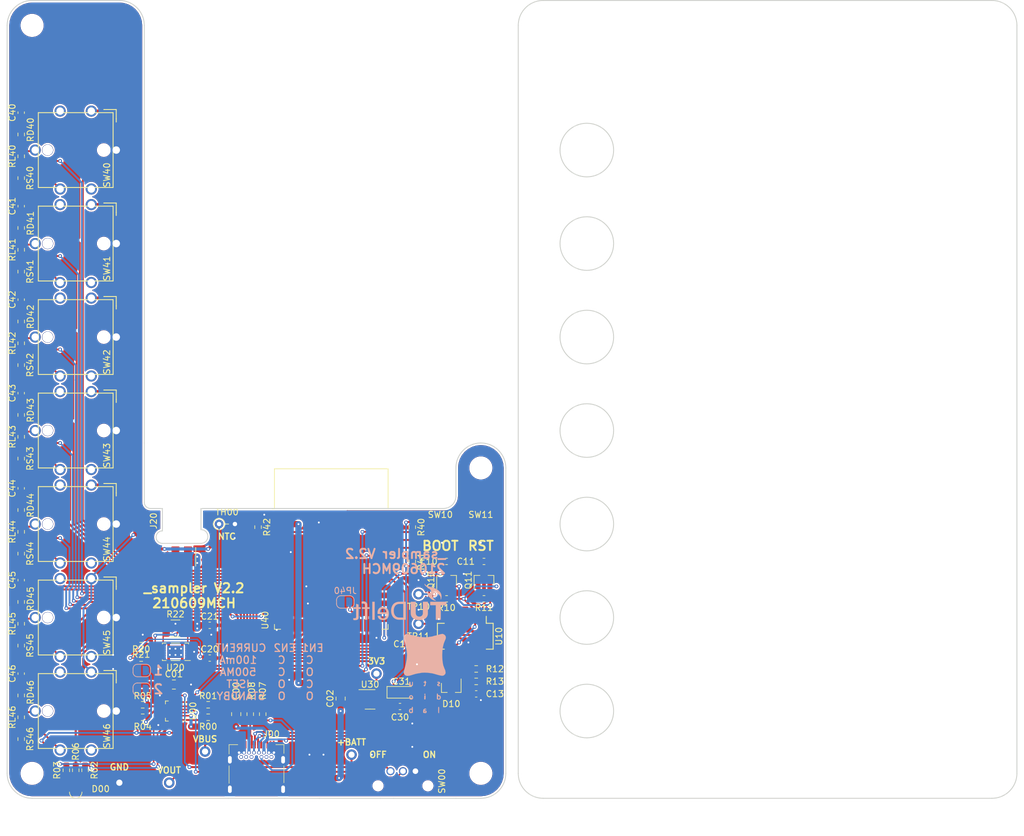
<source format=kicad_pcb>
(kicad_pcb (version 20171130) (host pcbnew "(5.1.9-0-10_14)")
  (layers (0 F.Cu signal) (31 B.Cu signal) (34 B.Paste user) (35 F.Paste user) (36 B.SilkS user) (37 F.SilkS user) (38 B.Mask user) (39 F.Mask user) (44 Edge.Cuts user))
  (net 0 "")
  (net 1 VBUS)
  (net 2 GND)
  (net 3 IO0)
  (net 4 EN)
  (net 5 +3V3)
  (net 6 +BATT)
  (net 7 SW0)
  (net 8 SW1)
  (net 9 SW2)
  (net 10 SW3)
  (net 11 SW4)
  (net 12 SW5)
  (net 13 SW6)
  (net 14 "Net-(D00-Pad1)")
  (net 15 "Net-(J00-PadA2)")
  (net 16 "Net-(J00-PadA3)")
  (net 17 "Net-(D10-Pad2)")
  (net 18 "Net-(D10-Pad1)")
  (net 19 "Net-(J00-PadA8)")
  (net 20 "Net-(J00-PadA10)")
  (net 21 "Net-(J00-PadA11)")
  (net 22 "Net-(J00-PadB8)")
  (net 23 "Net-(J00-PadB10)")
  (net 24 "Net-(J00-PadB11)")
  (net 25 "Net-(Q10-Pad1)")
  (net 26 "Net-(Q10-Pad2)")
  (net 27 "Net-(Q11-Pad2)")
  (net 28 "Net-(Q11-Pad1)")
  (net 29 LED0)
  (net 30 LED1)
  (net 31 LED2)
  (net 32 LED3)
  (net 33 LED4)
  (net 34 LED5)
  (net 35 LED6)
  (net 36 FT_RXD)
  (net 37 "Net-(U10-Pad5)")
  (net 38 "Net-(U10-Pad7)")
  (net 39 "Net-(U10-Pad8)")
  (net 40 "Net-(U10-Pad9)")
  (net 41 "Net-(U10-Pad10)")
  (net 42 "Net-(U10-Pad17)")
  (net 43 "Net-(U10-Pad18)")
  (net 44 "Net-(U10-Pad19)")
  (net 45 FT_TXD)
  (net 46 "Net-(U40-Pad4)")
  (net 47 "Net-(U40-Pad32)")
  (net 48 "Net-(U40-Pad37)")
  (net 49 VOUT)
  (net 50 +1V8)
  (net 51 "Net-(C21-Pad1)")
  (net 52 "Net-(C30-Pad1)")
  (net 53 "Net-(J00-PadA5)")
  (net 54 "Net-(J00-PadB5)")
  (net 55 "Net-(R00-Pad1)")
  (net 56 "Net-(R01-Pad1)")
  (net 57 "Net-(R02-Pad2)")
  (net 58 "Net-(R03-Pad2)")
  (net 59 EN1)
  (net 60 EN2)
  (net 61 SCL)
  (net 62 SDA)
  (net 63 "Net-(TH00-Pad1)")
  (net 64 "Net-(U00-Pad14)")
  (net 65 "Net-(SW00-Pad2)")
  (net 66 "Net-(D00-Pad3)")
  (net 67 "Net-(D00-Pad4)")
  (net 68 LED)
  (net 69 "Net-(J00-PadB2)")
  (net 70 "Net-(J00-PadB3)")
  (net 71 "Net-(JP40-Pad1)")
  (net 72 "Net-(R20-Pad2)")
  (net 73 "Net-(R21-Pad1)")
  (net 74 "Net-(RD40-Pad1)")
  (net 75 "Net-(RD41-Pad1)")
  (net 76 "Net-(RD42-Pad1)")
  (net 77 "Net-(RD43-Pad1)")
  (net 78 "Net-(RD44-Pad1)")
  (net 79 "Net-(RD45-Pad1)")
  (net 80 "Net-(RD46-Pad1)")
  (net 81 "Net-(RL40-Pad2)")
  (net 82 "Net-(RL41-Pad2)")
  (net 83 "Net-(RL42-Pad2)")
  (net 84 "Net-(RL43-Pad2)")
  (net 85 "Net-(RL44-Pad2)")
  (net 86 "Net-(RL45-Pad2)")
  (net 87 "Net-(RL46-Pad2)")
  (net 88 "Net-(SW40-Pad2)")
  (net 89 "Net-(SW40-Pad3)")
  (net 90 "Net-(SW41-Pad3)")
  (net 91 "Net-(SW41-Pad2)")
  (net 92 "Net-(SW42-Pad2)")
  (net 93 "Net-(SW42-Pad3)")
  (net 94 "Net-(SW43-Pad3)")
  (net 95 "Net-(SW43-Pad2)")
  (net 96 "Net-(SW44-Pad2)")
  (net 97 "Net-(SW44-Pad3)")
  (net 98 "Net-(SW45-Pad3)")
  (net 99 "Net-(SW45-Pad2)")
  (net 100 "Net-(SW46-Pad2)")
  (net 101 "Net-(SW46-Pad3)")
  (net 102 "Net-(U40-Pad5)")
  (net 103 "Net-(U40-Pad14)")
  (net 104 "Net-(U40-Pad17)")
  (net 105 "Net-(U40-Pad18)")
  (net 106 "Net-(U40-Pad19)")
  (net 107 "Net-(U40-Pad20)")
  (net 108 "Net-(U40-Pad21)")
  (net 109 "Net-(U40-Pad22)")
  (net 110 "Net-(C13-Pad1)")
  (net 111 3V3OUT)
  (module MountingHole:MountingHole_3.2mm_M3 (layer F.Cu) (at 184 35)
    (fp_text reference H01 hide)
    (fp_text value MountingHole)
    (pad 1 np_thru_hole circle (at 0 0) (size 3.2 3.2) (drill 3.2) (layers *.Cu *.Mask))
  )
  (module MountingHole:MountingHole_3.2mm_M3 (layer F.Cu) (at 112 35)
    (fp_text reference H01 hide)
    (fp_text value MountingHole)
    (pad 1 np_thru_hole circle (at 0 0) (size 3.2 3.2) (drill 3.2) (layers *.Cu *.Mask))
  )
  (module MountingHole:MountingHole_3.2mm_M3 (layer F.Cu) (at 184 155)
    (fp_text reference H01 hide)
    (fp_text value MountingHole)
    (pad 1 np_thru_hole circle (at 0 0) (size 3.2 3.2) (drill 3.2) (layers *.Cu *.Mask))
  )
  (module MountingHole:MountingHole_3.2mm_M3 (layer F.Cu) (at 112 155)
    (fp_text reference H01 hide)
    (fp_text value MountingHole)
    (pad 1 np_thru_hole circle (at 0 0) (size 3.2 3.2) (drill 3.2) (layers *.Cu *.Mask))
  )
  (module Package_SON:Texas_S-PDSO-N12 (layer F.Cu) (at 53 135.5 180)
    (fp_text reference U20 (at -0.000701 -2.517393) (layer F.SilkS))
    (fp_text value BQ27441-G1)
    (pad 13 smd rect (at 0 0 90) (size 1.95 2.6) (layers F.Cu F.Mask))
    (pad 13 smd rect (at -1.1 1.3125 90) (size 0.675 0.4) (layers F.Cu F.Mask))
    (pad 13 smd rect (at 1.1 1.3125 90) (size 0.675 0.4) (layers F.Cu F.Mask))
    (pad 13 smd rect (at 1.1 -1.3125 90) (size 0.675 0.4) (layers F.Cu F.Mask))
    (pad 13 smd rect (at -1.1 -1.3125 90) (size 0.675 0.4) (layers F.Cu F.Mask))
    (pad 3 smd rect (at -2.3 -0.2 180) (size 0.2 0.2) (layers F.Cu F.Paste F.Mask) (net 2 GND))
    (pad 3 smd oval (at -1.975 -0.2 180) (size 0.85 0.2) (layers F.Cu F.Paste F.Mask) (net 2 GND))
    (pad 2 smd oval (at -1.975 -0.6 180) (size 0.85 0.2) (layers F.Cu F.Paste F.Mask) (net 61 SCL))
    (pad 1 smd oval (at -1.975 -1 180) (size 0.85 0.2) (layers F.Cu F.Paste F.Mask) (net 62 SDA))
    (pad 4 smd oval (at -1.975 0.2 180) (size 0.85 0.2) (layers F.Cu F.Paste F.Mask))
    (pad 5 smd oval (at -1.975 0.6 180) (size 0.85 0.2) (layers F.Cu F.Paste F.Mask) (net 50 +1V8))
    (pad 6 smd oval (at -1.975 1 180) (size 0.85 0.2) (layers F.Cu F.Paste F.Mask) (net 51 "Net-(C21-Pad1)"))
    (pad 12 smd oval (at 1.975 -1 180) (size 0.85 0.2) (layers F.Cu F.Paste F.Mask) (net 72 "Net-(R20-Pad2)"))
    (pad 11 smd oval (at 1.975 -0.6 180) (size 0.85 0.2) (layers F.Cu F.Paste F.Mask))
    (pad 10 smd oval (at 1.975 -0.2 180) (size 0.85 0.2) (layers F.Cu F.Paste F.Mask) (net 73 "Net-(R21-Pad1)"))
    (pad 9 smd oval (at 1.975 0.2 180) (size 0.85 0.2) (layers F.Cu F.Paste F.Mask))
    (pad 8 smd oval (at 1.975 0.6 180) (size 0.85 0.2) (layers F.Cu F.Paste F.Mask) (net 51 "Net-(C21-Pad1)"))
    (pad 7 smd oval (at 1.975 1 180) (size 0.85 0.2) (layers F.Cu F.Paste F.Mask) (net 6 +BATT))
    (pad 4 smd rect (at -2.3 0.2 180) (size 0.2 0.2) (layers F.Cu F.Paste F.Mask))
    (pad 5 smd rect (at -2.3 0.6 180) (size 0.2 0.2) (layers F.Cu F.Paste F.Mask) (net 50 +1V8))
    (pad 6 smd rect (at -2.3 1 180) (size 0.2 0.2) (layers F.Cu F.Paste F.Mask) (net 51 "Net-(C21-Pad1)"))
    (pad 2 smd rect (at -2.3 -0.6 180) (size 0.2 0.2) (layers F.Cu F.Paste F.Mask) (net 61 SCL))
    (pad 1 smd rect (at -2.3 -1 180) (size 0.2 0.2) (layers F.Cu F.Paste F.Mask) (net 62 SDA))
    (pad 12 smd rect (at 2.3 -1 180) (size 0.2 0.2) (layers F.Cu F.Paste F.Mask) (net 72 "Net-(R20-Pad2)"))
    (pad 11 smd rect (at 2.3 -0.6 180) (size 0.2 0.2) (layers F.Cu F.Paste F.Mask))
    (pad 10 smd rect (at 2.3 -0.2 180) (size 0.2 0.2) (layers F.Cu F.Paste F.Mask) (net 73 "Net-(R21-Pad1)"))
    (pad 9 smd rect (at 2.3 0.2 180) (size 0.2 0.2) (layers F.Cu F.Paste F.Mask))
    (pad 8 smd rect (at 2.3 0.6 180) (size 0.2 0.2) (layers F.Cu F.Paste F.Mask) (net 51 "Net-(C21-Pad1)"))
    (pad 7 smd rect (at 2.3 1 180) (size 0.2 0.2) (layers F.Cu F.Paste F.Mask) (net 6 +BATT))
    (pad 13 thru_hole circle (at -0.9 0.5 180) (size 0.6 0.6) (drill 0.3) (layers *.Cu))
    (pad 13 thru_hole circle (at 0.9 0.5 180) (size 0.6 0.6) (drill 0.3) (layers *.Cu))
    (pad 13 thru_hole circle (at 0.9 -0.5 180) (size 0.6 0.6) (drill 0.3) (layers *.Cu))
    (pad 13 thru_hole circle (at -0.9 -0.5 180) (size 0.6 0.6) (drill 0.3) (layers *.Cu))
    (pad 13 thru_hole circle (at 0 -0.5 180) (size 0.6 0.6) (drill 0.3) (layers *.Cu))
    (pad 13 thru_hole circle (at 0 0.5 180) (size 0.6 0.6) (drill 0.3) (layers *.Cu))
    (pad 13 smd rect (at 0 0 90) (size 1.95 2.6) (layers B.Cu F.Mask))
    (pad 13 smd rect (at 0.65 -0.4875 270) (size 0.975 1.3) (layers F.Cu F.Paste))
    (pad 13 smd rect (at -0.65 -0.4875 270) (size 0.975 1.3) (layers F.Cu F.Paste))
    (pad 13 smd rect (at -0.65 0.4875 270) (size 0.975 1.3) (layers F.Cu F.Paste))
    (pad 13 smd rect (at 0.65 0.4875 270) (size 0.975 1.3) (layers F.Cu F.Paste))
    (pad 13 smd rect (at 1.1 1.365 90) (size 0.575 0.4) (layers F.Cu F.Paste F.Mask))
    (pad 13 smd rect (at 1.1 -1.365 90) (size 0.575 0.4) (layers F.Cu F.Paste F.Mask))
    (pad 13 smd rect (at -1.1 -1.365 90) (size 0.575 0.4) (layers F.Cu F.Paste F.Mask))
    (pad 13 smd rect (at -1.1 1.365 90) (size 0.575 0.4) (layers F.Cu F.Paste F.Mask))
  )
  (module _switch:DT-SC12P-BQR (layer F.Cu) (at 89.5 157)
    (fp_text reference SW00 (at 6.25 -0.75 90) (layer F.SilkS))
    (fp_text value SWITCH_SPDT)
    (pad "" np_thru_hole circle (at -4 0) (size 1.3 1.3) (drill 1.3) (layers *.Cu *.Mask))
    (pad 1 thru_hole circle (at -2 -2.35) (size 1.3 1.3) (drill 0.9) (layers *.Cu *.Mask) (net 6 +BATT))
    (pad 2 thru_hole circle (at 0 -2.35) (size 1.3 1.3) (drill 0.9) (layers *.Cu *.Mask) (net 65 "Net-(SW00-Pad2)"))
    (pad 3 thru_hole circle (at 2 -2.35) (size 1.3 1.3) (drill 0.9) (layers *.Cu *.Mask) (net 2 GND))
    (pad "" np_thru_hole circle (at 4 0) (size 1.3 1.3) (drill 1.3) (layers *.Cu *.Mask))
  )
  (module _switch:SW_SPST_4x3 (layer F.Cu) (at 95.5 115.5)
    (fp_text reference SW10 (at 0 -2) (layer F.SilkS))
    (fp_text value NO)
    (pad 2 smd rect (at 2.2 0) (size 1.5 2) (layers F.Cu F.Paste F.Mask) (net 3 IO0))
    (pad 1 smd rect (at -2.2 0) (size 1.5 2) (layers F.Cu F.Paste F.Mask) (net 2 GND))
  )
  (module _switch:SW_SPST_4x3 (layer F.Cu) (at 102 115.5)
    (fp_text reference SW11 (at 0 -2) (layer F.SilkS))
    (fp_text value NO)
    (pad 2 smd rect (at 2.2 0) (size 1.5 2) (layers F.Cu F.Paste F.Mask) (net 4 EN))
    (pad 1 smd rect (at -2.2 0) (size 1.5 2) (layers F.Cu F.Paste F.Mask) (net 2 GND))
  )
  (module Capacitor_SMD:C_0603_1608Metric (layer F.Cu) (at 89.025 144.275)
    (fp_text reference C30 (at 0 1.725) (layer F.SilkS))
    (fp_text value 22pF)
    (pad 2 smd roundrect (at 0.775 0) (size 0.9 0.95) (layers F.Cu F.Paste F.Mask) (net 2 GND))
    (pad 1 smd roundrect (at -0.775 0) (size 0.9 0.95) (layers F.Cu F.Paste F.Mask) (net 52 "Net-(C30-Pad1)"))
  )
  (module RF_Module:ESP32-WROOM-32 (layer F.Cu) (at 78 122)
    (fp_text reference U40 (at -10.61 8.43 90) (layer F.SilkS))
    (fp_text value ESP32-WROOM)
    (pad 39 smd rect (at -1 -0.755) (size 5 5) (layers F.Cu F.Paste F.Mask) (net 2 GND))
    (pad 1 smd rect (at -8.5 -8.255) (size 2 0.9) (layers F.Cu F.Paste F.Mask) (net 2 GND))
    (pad 2 smd rect (at -8.5 -6.985) (size 2 0.9) (layers F.Cu F.Paste F.Mask) (net 5 +3V3))
    (pad 3 smd rect (at -8.5 -5.715) (size 2 0.9) (layers F.Cu F.Paste F.Mask) (net 4 EN))
    (pad 4 smd rect (at -8.5 -4.445) (size 2 0.9) (layers F.Cu F.Paste F.Mask) (net 46 "Net-(U40-Pad4)"))
    (pad 5 smd rect (at -8.5 -3.175) (size 2 0.9) (layers F.Cu F.Paste F.Mask) (net 102 "Net-(U40-Pad5)"))
    (pad 6 smd rect (at -8.5 -1.905) (size 2 0.9) (layers F.Cu F.Paste F.Mask) (net 7 SW0))
    (pad 7 smd rect (at -8.5 -0.635) (size 2 0.9) (layers F.Cu F.Paste F.Mask) (net 8 SW1))
    (pad 8 smd rect (at -8.5 0.635) (size 2 0.9) (layers F.Cu F.Paste F.Mask) (net 9 SW2))
    (pad 9 smd rect (at -8.5 1.905) (size 2 0.9) (layers F.Cu F.Paste F.Mask) (net 10 SW3))
    (pad 10 smd rect (at -8.5 3.175) (size 2 0.9) (layers F.Cu F.Paste F.Mask) (net 11 SW4))
    (pad 11 smd rect (at -8.5 4.445) (size 2 0.9) (layers F.Cu F.Paste F.Mask) (net 12 SW5))
    (pad 12 smd rect (at -8.5 5.715) (size 2 0.9) (layers F.Cu F.Paste F.Mask) (net 13 SW6))
    (pad 13 smd rect (at -8.5 6.985) (size 2 0.9) (layers F.Cu F.Paste F.Mask) (net 68 LED))
    (pad 14 smd rect (at -8.5 8.255) (size 2 0.9) (layers F.Cu F.Paste F.Mask) (net 103 "Net-(U40-Pad14)"))
    (pad 15 smd rect (at -5.715 9.255 90) (size 2 0.9) (layers F.Cu F.Paste F.Mask) (net 2 GND))
    (pad 16 smd rect (at -4.445 9.255 90) (size 2 0.9) (layers F.Cu F.Paste F.Mask) (net 29 LED0))
    (pad 17 smd rect (at -3.175 9.255 90) (size 2 0.9) (layers F.Cu F.Paste F.Mask) (net 104 "Net-(U40-Pad17)"))
    (pad 18 smd rect (at -1.905 9.255 90) (size 2 0.9) (layers F.Cu F.Paste F.Mask) (net 105 "Net-(U40-Pad18)"))
    (pad 19 smd rect (at -0.635 9.255 90) (size 2 0.9) (layers F.Cu F.Paste F.Mask) (net 106 "Net-(U40-Pad19)"))
    (pad 20 smd rect (at 0.635 9.255 90) (size 2 0.9) (layers F.Cu F.Paste F.Mask) (net 107 "Net-(U40-Pad20)"))
    (pad 21 smd rect (at 1.905 9.255 90) (size 2 0.9) (layers F.Cu F.Paste F.Mask) (net 108 "Net-(U40-Pad21)"))
    (pad 22 smd rect (at 3.175 9.255 90) (size 2 0.9) (layers F.Cu F.Paste F.Mask) (net 109 "Net-(U40-Pad22)"))
    (pad 23 smd rect (at 4.445 9.255 90) (size 2 0.9) (layers F.Cu F.Paste F.Mask) (net 71 "Net-(JP40-Pad1)"))
    (pad 24 smd rect (at 5.715 9.255 90) (size 2 0.9) (layers F.Cu F.Paste F.Mask) (net 2 GND))
    (pad 25 smd rect (at 8.5 8.255) (size 2 0.9) (layers F.Cu F.Paste F.Mask) (net 3 IO0))
    (pad 26 smd rect (at 8.5 6.985) (size 2 0.9) (layers F.Cu F.Paste F.Mask) (net 30 LED1))
    (pad 27 smd rect (at 8.5 5.715) (size 2 0.9) (layers F.Cu F.Paste F.Mask) (net 31 LED2))
    (pad 28 smd rect (at 8.5 4.445) (size 2 0.9) (layers F.Cu F.Paste F.Mask) (net 32 LED3))
    (pad 29 smd rect (at 8.5 3.175) (size 2 0.9) (layers F.Cu F.Paste F.Mask) (net 33 LED4))
    (pad 30 smd rect (at 8.5 1.905) (size 2 0.9) (layers F.Cu F.Paste F.Mask) (net 34 LED5))
    (pad 31 smd rect (at 8.5 0.635) (size 2 0.9) (layers F.Cu F.Paste F.Mask) (net 35 LED6))
    (pad 32 smd rect (at 8.5 -0.635) (size 2 0.9) (layers F.Cu F.Paste F.Mask) (net 47 "Net-(U40-Pad32)"))
    (pad 33 smd rect (at 8.5 -1.905) (size 2 0.9) (layers F.Cu F.Paste F.Mask) (net 62 SDA))
    (pad 34 smd rect (at 8.5 -3.175) (size 2 0.9) (layers F.Cu F.Paste F.Mask) (net 45 FT_TXD))
    (pad 35 smd rect (at 8.5 -4.445) (size 2 0.9) (layers F.Cu F.Paste F.Mask) (net 36 FT_RXD))
    (pad 36 smd rect (at 8.5 -5.715) (size 2 0.9) (layers F.Cu F.Paste F.Mask) (net 61 SCL))
    (pad 37 smd rect (at 8.5 -6.985) (size 2 0.9) (layers F.Cu F.Paste F.Mask) (net 48 "Net-(U40-Pad37)"))
    (pad 38 smd rect (at 8.5 -8.255) (size 2 0.9) (layers F.Cu F.Paste F.Mask) (net 2 GND))
  )
  (module Capacitor_SMD:C_0603_1608Metric (layer F.Cu) (at 96.5 121 180)
    (fp_text reference C10 (at 2.9 0 180) (layer F.SilkS))
    (fp_text value 100nF)
    (pad 2 smd roundrect (at 0.7875 0 180) (size 0.875 0.95) (layers F.Cu F.Paste F.Mask) (net 2 GND))
    (pad 1 smd roundrect (at -0.7875 0 180) (size 0.875 0.95) (layers F.Cu F.Paste F.Mask) (net 3 IO0))
  )
  (module Capacitor_SMD:C_0603_1608Metric (layer F.Cu) (at 102.5 121 180)
    (fp_text reference C11 (at 2.92 -0.01 180) (layer F.SilkS))
    (fp_text value 10uF)
    (pad 1 smd roundrect (at -0.7875 0 180) (size 0.875 0.95) (layers F.Cu F.Paste F.Mask) (net 4 EN))
    (pad 2 smd roundrect (at 0.7875 0 180) (size 0.875 0.95) (layers F.Cu F.Paste F.Mask) (net 2 GND))
  )
  (module Capacitor_SMD:C_0603_1608Metric (layer F.Cu) (at 92.5 134.25 180)
    (fp_text reference C12 (at 3.1 0 180) (layer F.SilkS))
    (fp_text value 100nF)
    (pad 1 smd roundrect (at -0.7875 0 180) (size 0.875 0.95) (layers F.Cu F.Paste F.Mask) (net 111 3V3OUT))
    (pad 2 smd roundrect (at 0.7875 0 180) (size 0.875 0.95) (layers F.Cu F.Paste F.Mask) (net 2 GND))
  )
  (module Package_TO_SOT_SMD:SOT-23 (layer F.Cu) (at 96.5 124 90)
    (fp_text reference Q10 (at 0 -2.5 90) (layer F.SilkS))
    (fp_text value MMBT3904)
    (pad 1 smd rect (at -1 -0.95 90) (size 0.9 0.8) (layers F.Cu F.Paste F.Mask) (net 25 "Net-(Q10-Pad1)"))
    (pad 2 smd rect (at -1 0.95 90) (size 0.9 0.8) (layers F.Cu F.Paste F.Mask) (net 26 "Net-(Q10-Pad2)"))
    (pad 3 smd rect (at 1 0 90) (size 0.9 0.8) (layers F.Cu F.Paste F.Mask) (net 3 IO0))
  )
  (module Package_TO_SOT_SMD:SOT-23 (layer F.Cu) (at 102.5 124 90)
    (fp_text reference Q11 (at 0 -2.5 90) (layer F.SilkS))
    (fp_text value MMBT3904)
    (pad 3 smd rect (at 1 0 90) (size 0.9 0.8) (layers F.Cu F.Paste F.Mask) (net 4 EN))
    (pad 2 smd rect (at -1 0.95 90) (size 0.9 0.8) (layers F.Cu F.Paste F.Mask) (net 27 "Net-(Q11-Pad2)"))
    (pad 1 smd rect (at -1 -0.95 90) (size 0.9 0.8) (layers F.Cu F.Paste F.Mask) (net 28 "Net-(Q11-Pad1)"))
  )
  (module Resistor_SMD:R_0603_1608Metric (layer F.Cu) (at 96.5 127 180)
    (fp_text reference R10 (at 0 -1.43 180) (layer F.SilkS))
    (fp_text value 10K)
    (pad 1 smd roundrect (at -0.7875 0 180) (size 0.875 0.95) (layers F.Cu F.Paste F.Mask) (net 27 "Net-(Q11-Pad2)"))
    (pad 2 smd roundrect (at 0.7875 0 180) (size 0.875 0.95) (layers F.Cu F.Paste F.Mask) (net 25 "Net-(Q10-Pad1)"))
  )
  (module Resistor_SMD:R_0603_1608Metric (layer F.Cu) (at 102.5 127 180)
    (fp_text reference R11 (at 0 -1.43 180) (layer F.SilkS))
    (fp_text value 10K)
    (pad 2 smd roundrect (at 0.7875 0 180) (size 0.875 0.95) (layers F.Cu F.Paste F.Mask) (net 28 "Net-(Q11-Pad1)"))
    (pad 1 smd roundrect (at -0.7875 0 180) (size 0.875 0.95) (layers F.Cu F.Paste F.Mask) (net 26 "Net-(Q10-Pad2)"))
  )
  (module Package_SO:SSOP-20_3.9x8.7mm_P0.635mm (layer F.Cu) (at 99.5 133 270)
    (fp_text reference U10 (at 0 -5.4 270) (layer F.SilkS))
    (fp_text value FT231XS)
    (pad 1 smd rect (at -2.6 -2.8575 270) (size 1.2 0.4) (layers F.Cu F.Paste F.Mask) (net 26 "Net-(Q10-Pad2)"))
    (pad 2 smd rect (at -2.6 -2.2225 270) (size 1.2 0.4) (layers F.Cu F.Paste F.Mask) (net 27 "Net-(Q11-Pad2)"))
    (pad 3 smd rect (at -2.6 -1.5875 270) (size 1.2 0.4) (layers F.Cu F.Paste F.Mask) (net 111 3V3OUT))
    (pad 4 smd rect (at -2.6 -0.9525 270) (size 1.2 0.4) (layers F.Cu F.Paste F.Mask) (net 36 FT_RXD))
    (pad 5 smd rect (at -2.6 -0.3175 270) (size 1.2 0.4) (layers F.Cu F.Paste F.Mask) (net 37 "Net-(U10-Pad5)"))
    (pad 6 smd rect (at -2.6 0.3175 270) (size 1.2 0.4) (layers F.Cu F.Paste F.Mask) (net 2 GND))
    (pad 7 smd rect (at -2.6 0.9525 270) (size 1.2 0.4) (layers F.Cu F.Paste F.Mask) (net 38 "Net-(U10-Pad7)"))
    (pad 8 smd rect (at -2.6 1.5875 270) (size 1.2 0.4) (layers F.Cu F.Paste F.Mask) (net 39 "Net-(U10-Pad8)"))
    (pad 9 smd rect (at -2.6 2.2225 270) (size 1.2 0.4) (layers F.Cu F.Paste F.Mask) (net 40 "Net-(U10-Pad9)"))
    (pad 10 smd rect (at -2.6 2.8575 270) (size 1.2 0.4) (layers F.Cu F.Paste F.Mask) (net 41 "Net-(U10-Pad10)"))
    (pad 11 smd rect (at 2.6 2.8575 270) (size 1.2 0.4) (layers F.Cu F.Paste F.Mask) (net 17 "Net-(D10-Pad2)"))
    (pad 12 smd rect (at 2.6 2.2225 270) (size 1.2 0.4) (layers F.Cu F.Paste F.Mask) (net 18 "Net-(D10-Pad1)"))
    (pad 13 smd rect (at 2.6 1.5875 270) (size 1.2 0.4) (layers F.Cu F.Paste F.Mask) (net 111 3V3OUT))
    (pad 14 smd rect (at 2.6 0.9525 270) (size 1.2 0.4) (layers F.Cu F.Paste F.Mask) (net 110 "Net-(C13-Pad1)"))
    (pad 15 smd rect (at 2.6 0.3175 270) (size 1.2 0.4) (layers F.Cu F.Paste F.Mask) (net 1 VBUS))
    (pad 16 smd rect (at 2.6 -0.3175 270) (size 1.2 0.4) (layers F.Cu F.Paste F.Mask) (net 2 GND))
    (pad 17 smd rect (at 2.6 -0.9525 270) (size 1.2 0.4) (layers F.Cu F.Paste F.Mask) (net 42 "Net-(U10-Pad17)"))
    (pad 18 smd rect (at 2.6 -1.5875 270) (size 1.2 0.4) (layers F.Cu F.Paste F.Mask) (net 43 "Net-(U10-Pad18)"))
    (pad 19 smd rect (at 2.6 -2.2225 270) (size 1.2 0.4) (layers F.Cu F.Paste F.Mask) (net 44 "Net-(U10-Pad19)"))
    (pad 20 smd rect (at 2.6 -2.8575 270) (size 1.2 0.4) (layers F.Cu F.Paste F.Mask) (net 45 FT_TXD))
  )
  (module MountingHole:MountingHole_3.2mm_M3 (layer F.Cu) (at 30 35)
    (fp_text reference H00 hide)
    (fp_text value MountingHole)
    (pad 1 np_thru_hole circle (at 0 0) (size 3.2 3.2) (drill 3.2) (layers *.Cu *.Mask))
  )
  (module MountingHole:MountingHole_3.2mm_M3 (layer F.Cu) (at 102 155)
    (fp_text reference H01 hide)
    (fp_text value MountingHole)
    (pad 1 np_thru_hole circle (at 0 0) (size 3.2 3.2) (drill 3.2) (layers *.Cu *.Mask))
  )
  (module MountingHole:MountingHole_3.2mm_M3 (layer F.Cu) (at 30 155)
    (fp_text reference H02 hide)
    (fp_text value MountingHole)
    (pad 1 np_thru_hole circle (at 0 0) (size 3.2 3.2) (drill 3.2) (layers *.Cu *.Mask))
  )
  (module MountingHole:MountingHole_3.2mm_M3 (layer F.Cu) (at 102 106)
    (fp_text reference H03 hide)
    (fp_text value MountingHole)
    (pad 1 np_thru_hole circle (at 0 0) (size 3.2 3.2) (drill 3.2) (layers *.Cu *.Mask))
  )
  (module Package_TO_SOT_SMD:SOT-23 (layer F.Cu) (at 97.25 141.25 270)
    (fp_text reference D10 (at 2.6 0) (layer F.SilkS))
    (fp_text value SM05.TCT)
    (pad 1 smd rect (at -1 -0.95 270) (size 0.9 0.8) (layers F.Cu F.Paste F.Mask) (net 18 "Net-(D10-Pad1)"))
    (pad 2 smd rect (at -1 0.95 270) (size 0.9 0.8) (layers F.Cu F.Paste F.Mask) (net 17 "Net-(D10-Pad2)"))
    (pad 3 smd rect (at 1 0 270) (size 0.9 0.8) (layers F.Cu F.Paste F.Mask) (net 2 GND))
  )
  (module _connectors:TEST_PAD_HOLE_1mm (layer F.Cu) (at 44 156.5)
    (fp_text reference TP03 hide)
    (fp_text value GND)
    (pad 1 thru_hole circle (at 0 0) (size 1.7 1.7) (drill 1) (layers *.Cu *.Mask) (net 2 GND))
  )
  (module _logo:TUDelft_15x5.9 (layer B.Cu) (at 89 127.5 180)
    (fp_text reference G*** hide)
    (fp_text value LOGO hide)
  )
  (module _logo:idStudiolab_6.9x13 (layer B.Cu) (at 93 139 180)
    (fp_text reference G*** hide)
    (fp_text value LOGO hide)
  )
  (module Capacitor_SMD:C_0805_2012Metric (layer F.Cu) (at 62.75 145.5 90)
    (fp_text reference C00 (at 3.75 0 90) (layer F.SilkS))
    (fp_text value 10uF)
    (pad 1 smd roundrect (at -0.95 0 90) (size 1 1.45) (layers F.Cu F.Paste F.Mask) (net 1 VBUS))
    (pad 2 smd roundrect (at 0.95 0 90) (size 1 1.45) (layers F.Cu F.Paste F.Mask) (net 2 GND))
  )
  (module Capacitor_SMD:C_0805_2012Metric (layer F.Cu) (at 52.75 140.75)
    (fp_text reference C01 (at 0 -1.68) (layer F.SilkS))
    (fp_text value 10uF)
    (pad 2 smd roundrect (at 0.95 0) (size 1 1.45) (layers F.Cu F.Paste F.Mask) (net 2 GND))
    (pad 1 smd roundrect (at -0.95 0) (size 1 1.45) (layers F.Cu F.Paste F.Mask) (net 6 +BATT))
  )
  (module Capacitor_SMD:C_0805_2012Metric (layer F.Cu) (at 79.5 143 90)
    (fp_text reference C02 (at 0 -1.68 90) (layer F.SilkS))
    (fp_text value 10uF)
    (pad 2 smd roundrect (at 0.95 0 90) (size 1 1.45) (layers F.Cu F.Paste F.Mask) (net 2 GND))
    (pad 1 smd roundrect (at -0.95 0 90) (size 1 1.45) (layers F.Cu F.Paste F.Mask) (net 49 VOUT))
  )
  (module Resistor_SMD:R_0603_1608Metric (layer F.Cu) (at 58.25 146)
    (fp_text reference R00 (at 0 1.5) (layer F.SilkS))
    (fp_text value 1K1)
    (pad 1 smd roundrect (at -0.825 0) (size 0.8 0.95) (layers F.Cu F.Paste F.Mask) (net 55 "Net-(R00-Pad1)"))
    (pad 2 smd roundrect (at 0.825 0) (size 0.8 0.95) (layers F.Cu F.Paste F.Mask) (net 2 GND))
  )
  (module Resistor_SMD:R_0603_1608Metric (layer F.Cu) (at 58.25 144)
    (fp_text reference R01 (at 0 -1.43) (layer F.SilkS))
    (fp_text value 590R)
    (pad 2 smd roundrect (at 0.825 0) (size 0.8 0.95) (layers F.Cu F.Paste F.Mask) (net 2 GND))
    (pad 1 smd roundrect (at -0.825 0) (size 0.8 0.95) (layers F.Cu F.Paste F.Mask) (net 56 "Net-(R01-Pad1)"))
  )
  (module Resistor_SMD:R_0603_1608Metric (layer F.Cu) (at 47.75 146)
    (fp_text reference R04 (at 0 1.5) (layer F.SilkS))
    (fp_text value 10K)
    (pad 1 smd roundrect (at -0.825 0) (size 0.8 0.95) (layers F.Cu F.Paste F.Mask) (net 49 VOUT))
    (pad 2 smd roundrect (at 0.825 0) (size 0.8 0.95) (layers F.Cu F.Paste F.Mask) (net 59 EN1))
  )
  (module Resistor_SMD:R_0603_1608Metric (layer F.Cu) (at 47.75 144)
    (fp_text reference R05 (at 0 -1.43) (layer F.SilkS))
    (fp_text value 10K)
    (pad 2 smd roundrect (at 0.825 0) (size 0.8 0.95) (layers F.Cu F.Paste F.Mask) (net 60 EN2))
    (pad 1 smd roundrect (at -0.825 0) (size 0.8 0.95) (layers F.Cu F.Paste F.Mask) (net 49 VOUT))
  )
  (module Resistor_THT:R_Axial_DIN0204_L3.6mm_D1.6mm_P2.54mm_Vertical (layer F.Cu) (at 60 115)
    (fp_text reference TH00 (at 1.27 -1.92) (layer F.SilkS))
    (fp_text value 10K)
    (pad 1 thru_hole circle (at 0 0) (size 1.4 1.4) (drill 0.7) (layers *.Cu *.Mask) (net 63 "Net-(TH00-Pad1)"))
    (pad 2 thru_hole oval (at 2.54 0) (size 1.4 1.4) (drill 0.7) (layers *.Cu *.Mask) (net 2 GND))
  )
  (module Package_DFN_QFN:VQFN-16-1EP_3x3mm_P0.5mm_EP1.6x1.6mm (layer F.Cu) (at 53 145 270)
    (fp_text reference U00 (at 0 -2.82 90) (layer F.SilkS))
    (fp_text value BQ24075RGT)
    (pad 1 smd roundrect (at -1.4375 -0.75 270) (size 0.875 0.25) (layers F.Cu F.Paste F.Mask) (net 63 "Net-(TH00-Pad1)"))
    (pad 2 smd roundrect (at -1.4375 -0.25 270) (size 0.875 0.25) (layers F.Cu F.Paste F.Mask) (net 6 +BATT))
    (pad 3 smd roundrect (at -1.4375 0.25 270) (size 0.875 0.25) (layers F.Cu F.Paste F.Mask) (net 6 +BATT))
    (pad 4 smd roundrect (at -1.4375 0.75 270) (size 0.875 0.25) (layers F.Cu F.Paste F.Mask) (net 2 GND))
    (pad 5 smd roundrect (at -0.75 1.4375 270) (size 0.25 0.875) (layers F.Cu F.Paste F.Mask) (net 60 EN2))
    (pad 6 smd roundrect (at -0.25 1.4375 270) (size 0.25 0.875) (layers F.Cu F.Paste F.Mask) (net 59 EN1))
    (pad 7 smd roundrect (at 0.25 1.4375 270) (size 0.25 0.875) (layers F.Cu F.Paste F.Mask) (net 58 "Net-(R03-Pad2)"))
    (pad 8 smd roundrect (at 0.75 1.4375 270) (size 0.25 0.875) (layers F.Cu F.Paste F.Mask) (net 2 GND))
    (pad 9 smd roundrect (at 1.4375 0.75 270) (size 0.875 0.25) (layers F.Cu F.Paste F.Mask) (net 57 "Net-(R02-Pad2)"))
    (pad 10 smd roundrect (at 1.4375 0.25 270) (size 0.875 0.25) (layers F.Cu F.Paste F.Mask) (net 49 VOUT))
    (pad 11 smd roundrect (at 1.4375 -0.25 270) (size 0.875 0.25) (layers F.Cu F.Paste F.Mask) (net 49 VOUT))
    (pad 12 smd roundrect (at 1.4375 -0.75 270) (size 0.875 0.25) (layers F.Cu F.Paste F.Mask) (net 55 "Net-(R00-Pad1)"))
    (pad 13 smd roundrect (at 0.75 -1.4375 270) (size 0.25 0.875) (layers F.Cu F.Paste F.Mask) (net 1 VBUS))
    (pad 14 smd roundrect (at 0.25 -1.4375 270) (size 0.25 0.875) (layers F.Cu F.Paste F.Mask) (net 64 "Net-(U00-Pad14)"))
    (pad 15 smd roundrect (at -0.25 -1.4375 270) (size 0.25 0.875) (layers F.Cu F.Paste F.Mask) (net 65 "Net-(SW00-Pad2)"))
    (pad 16 smd roundrect (at -0.75 -1.4375 270) (size 0.25 0.875) (layers F.Cu F.Paste F.Mask) (net 56 "Net-(R01-Pad1)"))
    (pad 17 smd rect (at 0 0 270) (size 1.6 1.6) (layers F.Cu F.Mask) (net 2 GND))
  )
  (module Package_TO_SOT_SMD:SOT-23-5 (layer F.Cu) (at 84.225001 143.135001)
    (fp_text reference U30 (at 0 -2.4) (layer F.SilkS))
    (fp_text value MIC5219-3.3YM5)
    (pad 1 smd roundrect (at -1.1375 -0.95) (size 1.325 0.6) (layers F.Cu F.Paste F.Mask) (net 49 VOUT))
    (pad 2 smd roundrect (at -1.1375 0) (size 1.325 0.6) (layers F.Cu F.Paste F.Mask) (net 2 GND))
    (pad 3 smd roundrect (at -1.1375 0.95) (size 1.325 0.6) (layers F.Cu F.Paste F.Mask) (net 49 VOUT))
    (pad 4 smd roundrect (at 1.1375 0.95) (size 1.325 0.6) (layers F.Cu F.Paste F.Mask) (net 52 "Net-(C30-Pad1)"))
    (pad 5 smd roundrect (at 1.1375 -0.95) (size 1.325 0.6) (layers F.Cu F.Paste F.Mask) (net 5 +3V3))
  )
  (module Capacitor_Tantalum_SMD:CP_EIA-3216-10_Kemet-I (layer F.Cu) (at 89.25 142)
    (fp_text reference C31 (at 0 -1.75) (layer F.SilkS))
    (fp_text value 10uF)
    (pad 1 smd roundrect (at -1.35 0) (size 1.4 1.35) (layers F.Cu F.Paste F.Mask) (roundrect_rratio 0.1851844444444445) (net 5 +3V3))
    (pad 2 smd roundrect (at 1.35 0) (size 1.4 1.35) (layers F.Cu F.Paste F.Mask) (roundrect_rratio 0.1851844444444445) (net 2 GND))
  )
  (module Jumper:SolderJumper-2_P1.3mm_Open_RoundedPad1.0x1.5mm (layer B.Cu) (at 47.6 138.5 180)
    (fp_text reference JP00 hide)
    (fp_text value SolderJumper_2_Open)
    (pad 2 smd custom (at 0.65 0 180) (size 1 0.5) (layers B.Cu B.Mask) (net 2 GND) (options (clearance outline) (anchor rect)) (primitives (gr_circle (center 0 -0.25) (end 0.5 -0.25) (width 0)) (gr_circle (center 0 0.25) (end 0.5 0.25) (width 0)) (gr_poly (pts (xy 0 0.75) (xy -0.5 0.75) (xy -0.5 -0.75) (xy 0 -0.75)) (width 0))))
    (pad 1 smd custom (at -0.65 0 180) (size 1 0.5) (layers B.Cu B.Mask) (net 59 EN1) (options (clearance outline) (anchor rect)) (primitives (gr_circle (center 0 -0.25) (end 0.5 -0.25) (width 0)) (gr_circle (center 0 0.25) (end 0.5 0.25) (width 0)) (gr_poly (pts (xy 0 0.75) (xy 0.5 0.75) (xy 0.5 -0.75) (xy 0 -0.75)) (width 0))))
  )
  (module Jumper:SolderJumper-2_P1.3mm_Open_RoundedPad1.0x1.5mm (layer B.Cu) (at 47.6 141.5 180)
    (fp_text reference JP01 hide)
    (fp_text value SolderJumper_2_Open)
    (pad 1 smd custom (at -0.65 0 180) (size 1 0.5) (layers B.Cu B.Mask) (net 60 EN2) (options (clearance outline) (anchor rect)) (primitives (gr_circle (center 0 -0.25) (end 0.5 -0.25) (width 0)) (gr_circle (center 0 0.25) (end 0.5 0.25) (width 0)) (gr_poly (pts (xy 0 0.75) (xy 0.5 0.75) (xy 0.5 -0.75) (xy 0 -0.75)) (width 0))))
    (pad 2 smd custom (at 0.65 0 180) (size 1 0.5) (layers B.Cu B.Mask) (net 2 GND) (options (clearance outline) (anchor rect)) (primitives (gr_circle (center 0 -0.25) (end 0.5 -0.25) (width 0)) (gr_circle (center 0 0.25) (end 0.5 0.25) (width 0)) (gr_poly (pts (xy 0 0.75) (xy -0.5 0.75) (xy -0.5 -0.75) (xy 0 -0.75)) (width 0))))
  )
  (module _connectors:TEST_PAD_HOLE_1mm (layer F.Cu) (at 57.75 151.5)
    (fp_text reference TP00 hide)
    (fp_text value VBUS)
    (pad 1 thru_hole circle (at 0 0) (size 1.7 1.7) (drill 1) (layers *.Cu *.Mask) (net 1 VBUS))
  )
  (module _connectors:TEST_PAD_HOLE_1mm (layer F.Cu) (at 52 156.5)
    (fp_text reference TP01 hide)
    (fp_text value VOUT)
    (pad 1 thru_hole circle (at 0 0) (size 1.7 1.7) (drill 1) (layers *.Cu *.Mask) (net 49 VOUT))
  )
  (module _connectors:TEST_PAD_HOLE_1mm (layer F.Cu) (at 81.25 152)
    (fp_text reference TP20 hide)
    (fp_text value VBAT)
    (pad 1 thru_hole circle (at 0 0) (size 1.7 1.7) (drill 1) (layers *.Cu *.Mask) (net 6 +BATT))
  )
  (module _connectors:TEST_PAD_HOLE_1mm (layer F.Cu) (at 85.25 139)
    (fp_text reference TP30 hide)
    (fp_text value 3V3)
    (pad 1 thru_hole circle (at 0 0) (size 1.7 1.7) (drill 1) (layers *.Cu *.Mask) (net 5 +3V3))
  )
  (module _connectors:JST_B2B-PH-K-S_SUNK (layer F.Cu) (at 54 118)
    (fp_text reference J20 (at -4.5 -3.5 90) (layer F.SilkS))
    (fp_text value BATT1)
    (pad 1 smd rect (at 1 2.25) (size 1.25 3.3) (layers F.Cu F.Paste F.Mask) (net 51 "Net-(C21-Pad1)"))
    (pad 2 smd rect (at -1 2.25) (size 1.25 3.3) (layers F.Cu F.Paste F.Mask) (net 2 GND))
  )
  (module _led:SMD_RGB_SIDE-APFA3010LSEEZGKQBKC (layer F.Cu) (at 37 157.5 180)
    (fp_text reference D00 (at -4 0) (layer F.SilkS))
    (fp_text value LED_RAGB)
    (pad 1 smd rect (at -1.5 0 270) (size 0.9 1) (layers F.Cu F.Paste F.Mask) (net 14 "Net-(D00-Pad1)"))
    (pad 2 smd rect (at 1.5 0 270) (size 0.9 1) (layers F.Cu F.Paste F.Mask) (net 49 VOUT))
    (pad 3 smd rect (at 0.45 0.45) (size 0.4 0.8) (layers F.Cu F.Paste F.Mask) (net 66 "Net-(D00-Pad3)"))
    (pad 4 smd rect (at -0.4 0.45) (size 0.4 0.8) (layers F.Cu F.Paste F.Mask) (net 67 "Net-(D00-Pad4)"))
  )
  (module Resistor_SMD:R_0603_1608Metric (layer F.Cu) (at 38.5 154.5 90)
    (fp_text reference R02 (at 0 1.5 90) (layer F.SilkS))
    (fp_text value 1K)
    (pad 2 smd roundrect (at 0.825 0 90) (size 0.8 0.95) (layers F.Cu F.Paste F.Mask) (net 57 "Net-(R02-Pad2)"))
    (pad 1 smd roundrect (at -0.825 0 90) (size 0.8 0.95) (layers F.Cu F.Paste F.Mask) (net 14 "Net-(D00-Pad1)"))
  )
  (module Resistor_SMD:R_0603_1608Metric (layer F.Cu) (at 35.5 154.5 90)
    (fp_text reference R03 (at 0 -1.5 90) (layer F.SilkS))
    (fp_text value 1K)
    (pad 1 smd roundrect (at -0.825 0 90) (size 0.8 0.95) (layers F.Cu F.Paste F.Mask) (net 66 "Net-(D00-Pad3)"))
    (pad 2 smd roundrect (at 0.825 0 90) (size 0.8 0.95) (layers F.Cu F.Paste F.Mask) (net 58 "Net-(R03-Pad2)"))
  )
  (module Resistor_SMD:R_0603_1608Metric (layer F.Cu) (at 37 154.5 90)
    (fp_text reference R06 (at 3 0 90) (layer F.SilkS))
    (fp_text value 1K)
    (pad 1 smd roundrect (at -0.825 0 90) (size 0.8 0.95) (layers F.Cu F.Paste F.Mask) (net 67 "Net-(D00-Pad4)"))
    (pad 2 smd roundrect (at 0.825 0 90) (size 0.8 0.95) (layers F.Cu F.Paste F.Mask) (net 68 LED))
  )
  (module Resistor_SMD:R_0603_1608Metric (layer F.Cu) (at 67 145.5 90)
    (fp_text reference R07 (at 3.75 0 90) (layer F.SilkS))
    (fp_text value 5K1)
    (pad 1 smd roundrect (at -0.825 0 90) (size 0.8 0.95) (layers F.Cu F.Paste F.Mask) (net 54 "Net-(J00-PadB5)"))
    (pad 2 smd roundrect (at 0.825 0 90) (size 0.8 0.95) (layers F.Cu F.Paste F.Mask) (net 2 GND))
  )
  (module Resistor_SMD:R_0603_1608Metric (layer F.Cu) (at 65 145.5 270)
    (fp_text reference R08 (at -3.75 -0.25 90) (layer F.SilkS))
    (fp_text value 5K1)
    (pad 2 smd roundrect (at 0.825 0 270) (size 0.8 0.95) (layers F.Cu F.Paste F.Mask) (net 53 "Net-(J00-PadA5)"))
    (pad 1 smd roundrect (at -0.825 0 270) (size 0.8 0.95) (layers F.Cu F.Paste F.Mask) (net 2 GND))
  )
  (module Capacitor_SMD:C_0603_1608Metric (layer F.Cu) (at 58.5 136.5)
    (fp_text reference C20 (at 0 -1.43) (layer F.SilkS))
    (fp_text value 0.47uF)
    (pad 2 smd roundrect (at 0.775 0) (size 0.9 0.95) (layers F.Cu F.Paste F.Mask) (net 2 GND))
    (pad 1 smd roundrect (at -0.775 0) (size 0.9 0.95) (layers F.Cu F.Paste F.Mask) (net 50 +1V8))
  )
  (module Capacitor_SMD:C_0603_1608Metric (layer F.Cu) (at 58.5 131.25)
    (fp_text reference C21 (at 0 -1.43) (layer F.SilkS))
    (fp_text value 1uF)
    (pad 2 smd roundrect (at 0.775 0) (size 0.9 0.95) (layers F.Cu F.Paste F.Mask) (net 2 GND))
    (pad 1 smd roundrect (at -0.775 0) (size 0.9 0.95) (layers F.Cu F.Paste F.Mask) (net 51 "Net-(C21-Pad1)"))
  )
  (module Capacitor_SMD:C_0603_1608Metric (layer F.Cu) (at 28.25 49 90)
    (fp_text reference C40 (at 0 -1.43 90) (layer F.SilkS))
    (fp_text value 10nF)
    (pad 1 smd roundrect (at -0.775 0 90) (size 0.9 0.95) (layers F.Cu F.Paste F.Mask) (net 7 SW0))
    (pad 2 smd roundrect (at 0.775 0 90) (size 0.9 0.95) (layers F.Cu F.Paste F.Mask) (net 2 GND))
  )
  (module Capacitor_SMD:C_0603_1608Metric (layer F.Cu) (at 28.25 64 90)
    (fp_text reference C41 (at 0 -1.43 90) (layer F.SilkS))
    (fp_text value 10nF)
    (pad 1 smd roundrect (at -0.775 0 90) (size 0.9 0.95) (layers F.Cu F.Paste F.Mask) (net 8 SW1))
    (pad 2 smd roundrect (at 0.775 0 90) (size 0.9 0.95) (layers F.Cu F.Paste F.Mask) (net 2 GND))
  )
  (module Capacitor_SMD:C_0603_1608Metric (layer F.Cu) (at 28.25 79 90)
    (fp_text reference C42 (at 0 -1.43 90) (layer F.SilkS))
    (fp_text value 10nF)
    (pad 1 smd roundrect (at -0.775 0 90) (size 0.9 0.95) (layers F.Cu F.Paste F.Mask) (net 9 SW2))
    (pad 2 smd roundrect (at 0.775 0 90) (size 0.9 0.95) (layers F.Cu F.Paste F.Mask) (net 2 GND))
  )
  (module Capacitor_SMD:C_0603_1608Metric (layer F.Cu) (at 28.25 94 90)
    (fp_text reference C43 (at 0 -1.43 90) (layer F.SilkS))
    (fp_text value 10nF)
    (pad 1 smd roundrect (at -0.775 0 90) (size 0.9 0.95) (layers F.Cu F.Paste F.Mask) (net 10 SW3))
    (pad 2 smd roundrect (at 0.775 0 90) (size 0.9 0.95) (layers F.Cu F.Paste F.Mask) (net 2 GND))
  )
  (module Capacitor_SMD:C_0603_1608Metric (layer F.Cu) (at 28.25 109.275 90)
    (fp_text reference C44 (at 0 -1.43 90) (layer F.SilkS))
    (fp_text value 10nF)
    (pad 2 smd roundrect (at 0.775 0 90) (size 0.9 0.95) (layers F.Cu F.Paste F.Mask) (net 2 GND))
    (pad 1 smd roundrect (at -0.775 0 90) (size 0.9 0.95) (layers F.Cu F.Paste F.Mask) (net 11 SW4))
  )
  (module Capacitor_SMD:C_0603_1608Metric (layer F.Cu) (at 28.25 124 90)
    (fp_text reference C45 (at 0 -1.43 90) (layer F.SilkS))
    (fp_text value 10nF)
    (pad 1 smd roundrect (at -0.775 0 90) (size 0.9 0.95) (layers F.Cu F.Paste F.Mask) (net 12 SW5))
    (pad 2 smd roundrect (at 0.775 0 90) (size 0.9 0.95) (layers F.Cu F.Paste F.Mask) (net 2 GND))
  )
  (module Capacitor_SMD:C_0603_1608Metric (layer F.Cu) (at 28.25 139 90)
    (fp_text reference C46 (at 0 -1.43 90) (layer F.SilkS))
    (fp_text value 10nF)
    (pad 2 smd roundrect (at 0.775 0 90) (size 0.9 0.95) (layers F.Cu F.Paste F.Mask) (net 2 GND))
    (pad 1 smd roundrect (at -0.775 0 90) (size 0.9 0.95) (layers F.Cu F.Paste F.Mask) (net 13 SW6))
  )
  (module _connectors:632723130112 (layer F.Cu) (at 66 161)
    (fp_text reference J00 (at 2.4 -12.3 180) (layer F.SilkS))
    (fp_text value USB_C_Receptacle)
    (pad A2 smd rect (at -2.25 -10.6) (size 0.3 1.2) (layers F.Cu F.Paste F.Mask) (net 15 "Net-(J00-PadA2)"))
    (pad A3 smd rect (at -1.75 -10.6) (size 0.3 1.2) (layers F.Cu F.Paste F.Mask) (net 16 "Net-(J00-PadA3)"))
    (pad A4 smd rect (at -1.25 -10.6) (size 0.3 1.2) (layers F.Cu F.Paste F.Mask) (net 1 VBUS))
    (pad A5 smd rect (at -0.75 -10.6) (size 0.3 1.2) (layers F.Cu F.Paste F.Mask) (net 53 "Net-(J00-PadA5)"))
    (pad A6 smd rect (at -0.25 -10.6) (size 0.3 1.2) (layers F.Cu F.Paste F.Mask) (net 17 "Net-(D10-Pad2)"))
    (pad A7 smd rect (at 0.25 -10.6) (size 0.3 1.2) (layers F.Cu F.Paste F.Mask) (net 18 "Net-(D10-Pad1)"))
    (pad A8 smd rect (at 0.75 -10.6) (size 0.3 1.2) (layers F.Cu F.Paste F.Mask) (net 19 "Net-(J00-PadA8)"))
    (pad A9 smd rect (at 1.25 -10.6) (size 0.3 1.2) (layers F.Cu F.Paste F.Mask) (net 1 VBUS))
    (pad A10 smd rect (at 1.75 -10.6) (size 0.3 1.2) (layers F.Cu F.Paste F.Mask) (net 20 "Net-(J00-PadA10)"))
    (pad A11 smd rect (at 2.25 -10.6) (size 0.3 1.2) (layers F.Cu F.Paste F.Mask) (net 21 "Net-(J00-PadA11)"))
    (pad A1 smd rect (at -2.75 -10.6) (size 0.3 1.2) (layers F.Cu F.Paste F.Mask) (net 2 GND))
    (pad A12 smd rect (at 2.75 -10.6) (size 0.3 1.2) (layers F.Cu F.Paste F.Mask) (net 2 GND))
    (pad B1 thru_hole circle (at 2.8 -9.33) (size 0.6 0.6) (drill 0.4) (layers *.Cu *.Mask) (net 2 GND))
    (pad B12 thru_hole circle (at -2.8 -9.33) (size 0.6 0.6) (drill 0.4) (layers *.Cu *.Mask) (net 2 GND))
    (pad B2 thru_hole circle (at 2.4 -8.63) (size 0.6 0.6) (drill 0.4) (layers *.Cu *.Mask) (net 69 "Net-(J00-PadB2)"))
    (pad S1 thru_hole circle (at 2 -9.33) (size 0.6 0.6) (drill 0.4) (layers *.Cu *.Mask) (net 2 GND))
    (pad B3 thru_hole circle (at 1.6 -8.63) (size 0.6 0.6) (drill 0.4) (layers *.Cu *.Mask) (net 70 "Net-(J00-PadB3)"))
    (pad B4 thru_hole circle (at 1.2 -9.33) (size 0.6 0.6) (drill 0.4) (layers *.Cu *.Mask) (net 1 VBUS))
    (pad B5 thru_hole circle (at 0.8 -8.63) (size 0.6 0.6) (drill 0.4) (layers *.Cu *.Mask) (net 54 "Net-(J00-PadB5)"))
    (pad B6 thru_hole circle (at 0.4 -9.33) (size 0.6 0.6) (drill 0.4) (layers *.Cu *.Mask) (net 17 "Net-(D10-Pad2)"))
    (pad B7 thru_hole circle (at -0.4 -9.33) (size 0.6 0.6) (drill 0.4) (layers *.Cu *.Mask) (net 18 "Net-(D10-Pad1)"))
    (pad B8 thru_hole circle (at -0.8 -8.63) (size 0.6 0.6) (drill 0.4) (layers *.Cu *.Mask) (net 22 "Net-(J00-PadB8)"))
    (pad B9 thru_hole circle (at -1.2 -9.33) (size 0.6 0.6) (drill 0.4) (layers *.Cu *.Mask) (net 1 VBUS))
    (pad B10 thru_hole circle (at -1.65 -8.63) (size 0.6 0.6) (drill 0.4) (layers *.Cu *.Mask) (net 23 "Net-(J00-PadB10)"))
    (pad S1 thru_hole circle (at -2 -9.33) (size 0.6 0.6) (drill 0.4) (layers *.Cu *.Mask) (net 2 GND))
    (pad B11 thru_hole circle (at -2.45 -8.63) (size 0.6 0.6) (drill 0.4) (layers *.Cu *.Mask) (net 24 "Net-(J00-PadB11)"))
    (pad S1 thru_hole oval (at -4.27 -8.18) (size 1 1.6) (drill oval 0.6 1.2) (layers *.Cu *.Mask) (net 2 GND))
    (pad S1 thru_hole oval (at 4.27 -8.18) (size 1 1.6) (drill oval 0.6 1.2) (layers *.Cu *.Mask) (net 2 GND))
    (pad S1 thru_hole oval (at 4.27 -3.45) (size 1 1.6) (drill oval 0.6 1.2) (layers *.Cu *.Mask) (net 2 GND))
    (pad S1 thru_hole oval (at -4.27 -3.45) (size 1 1.6) (drill oval 0.6 1.2) (layers *.Cu *.Mask) (net 2 GND))
  )
  (module Jumper:SolderJumper-2_P1.3mm_Open_RoundedPad1.0x1.5mm (layer B.Cu) (at 80.25 127.5 180)
    (fp_text reference JP40 (at 0 1.8) (layer B.SilkS) (effects (justify mirror)))
    (fp_text value SolderJumper_2_Open)
    (pad 1 smd custom (at -0.65 0 180) (size 1 0.5) (layers B.Cu B.Mask) (net 71 "Net-(JP40-Pad1)") (options (clearance outline) (anchor rect)) (primitives (gr_circle (center 0 -0.25) (end 0.5 -0.25) (width 0)) (gr_circle (center 0 0.25) (end 0.5 0.25) (width 0)) (gr_poly (pts (xy 0 0.75) (xy 0.5 0.75) (xy 0.5 -0.75) (xy 0 -0.75)) (width 0))))
    (pad 2 smd custom (at 0.65 0 180) (size 1 0.5) (layers B.Cu B.Mask) (net 2 GND) (options (clearance outline) (anchor rect)) (primitives (gr_circle (center 0 -0.25) (end 0.5 -0.25) (width 0)) (gr_circle (center 0 0.25) (end 0.5 0.25) (width 0)) (gr_poly (pts (xy 0 0.75) (xy -0.5 0.75) (xy -0.5 -0.75) (xy 0 -0.75)) (width 0))))
  )
  (module Resistor_SMD:R_0603_1608Metric (layer F.Cu) (at 47.5 136.5)
    (fp_text reference R20 (at 0 -1.43) (layer F.SilkS))
    (fp_text value 10K)
    (pad 2 smd roundrect (at 0.825 0) (size 0.8 0.95) (layers F.Cu F.Paste F.Mask) (net 72 "Net-(R20-Pad2)"))
    (pad 1 smd roundrect (at -0.825 0) (size 0.8 0.95) (layers F.Cu F.Paste F.Mask) (net 50 +1V8))
  )
  (module Resistor_SMD:R_0603_1608Metric (layer F.Cu) (at 47.5 134.5 180)
    (fp_text reference R21 (at 0 -1.43) (layer F.SilkS))
    (fp_text value 10K)
    (pad 1 smd roundrect (at -0.825 0 180) (size 0.8 0.95) (layers F.Cu F.Paste F.Mask) (net 73 "Net-(R21-Pad1)"))
    (pad 2 smd roundrect (at 0.825 0 180) (size 0.8 0.95) (layers F.Cu F.Paste F.Mask) (net 2 GND))
  )
  (module Resistor_SMD:R_1210_3225Metric (layer F.Cu) (at 53 131.75)
    (fp_text reference R22 (at 0 -2.28) (layer F.SilkS))
    (fp_text value 0.01R)
    (pad 1 smd roundrect (at -1.4625 0) (size 1.125 2.65) (layers F.Cu F.Paste F.Mask) (roundrect_rratio 0.2222213333333333) (net 6 +BATT))
    (pad 2 smd roundrect (at 1.4625 0) (size 1.125 2.65) (layers F.Cu F.Paste F.Mask) (roundrect_rratio 0.2222213333333333) (net 51 "Net-(C21-Pad1)"))
  )
  (module Resistor_SMD:R_0603_1608Metric (layer F.Cu) (at 91 115.5 270)
    (fp_text reference R40 (at 0 -1.43 90) (layer F.SilkS))
    (fp_text value 4K7)
    (pad 1 smd roundrect (at -0.825 0 270) (size 0.8 0.95) (layers F.Cu F.Paste F.Mask) (net 5 +3V3))
    (pad 2 smd roundrect (at 0.825 0 270) (size 0.8 0.95) (layers F.Cu F.Paste F.Mask) (net 61 SCL))
  )
  (module Resistor_SMD:R_0603_1608Metric (layer F.Cu) (at 91 121 270)
    (fp_text reference R41 (at 0 -1.43 90) (layer F.SilkS))
    (fp_text value 4K7)
    (pad 2 smd roundrect (at 0.825 0 270) (size 0.8 0.95) (layers F.Cu F.Paste F.Mask) (net 5 +3V3))
    (pad 1 smd roundrect (at -0.825 0 270) (size 0.8 0.95) (layers F.Cu F.Paste F.Mask) (net 62 SDA))
  )
  (module Resistor_SMD:R_0603_1608Metric (layer F.Cu) (at 66.25 115.5 270)
    (fp_text reference R42 (at 0 -1.43 90) (layer F.SilkS))
    (fp_text value 10K)
    (pad 1 smd roundrect (at -0.825 0 270) (size 0.8 0.95) (layers F.Cu F.Paste F.Mask) (net 5 +3V3))
    (pad 2 smd roundrect (at 0.825 0 270) (size 0.8 0.95) (layers F.Cu F.Paste F.Mask) (net 4 EN))
  )
  (module Resistor_SMD:R_0603_1608Metric (layer F.Cu) (at 28.25 52.5 90)
    (fp_text reference RD40 (at 0.75 1.5 90) (layer F.SilkS))
    (fp_text value 1K)
    (pad 1 smd roundrect (at -0.825 0 90) (size 0.8 0.95) (layers F.Cu F.Paste F.Mask) (net 74 "Net-(RD40-Pad1)"))
    (pad 2 smd roundrect (at 0.825 0 90) (size 0.8 0.95) (layers F.Cu F.Paste F.Mask) (net 7 SW0))
  )
  (module Resistor_SMD:R_0603_1608Metric (layer F.Cu) (at 28.25 67.5 90)
    (fp_text reference RD41 (at 0.75 1.5 90) (layer F.SilkS))
    (fp_text value 1K)
    (pad 1 smd roundrect (at -0.825 0 90) (size 0.8 0.95) (layers F.Cu F.Paste F.Mask) (net 75 "Net-(RD41-Pad1)"))
    (pad 2 smd roundrect (at 0.825 0 90) (size 0.8 0.95) (layers F.Cu F.Paste F.Mask) (net 8 SW1))
  )
  (module Resistor_SMD:R_0603_1608Metric (layer F.Cu) (at 28.25 82.5 90)
    (fp_text reference RD42 (at 0.75 1.5 90) (layer F.SilkS))
    (fp_text value 1K)
    (pad 2 smd roundrect (at 0.825 0 90) (size 0.8 0.95) (layers F.Cu F.Paste F.Mask) (net 9 SW2))
    (pad 1 smd roundrect (at -0.825 0 90) (size 0.8 0.95) (layers F.Cu F.Paste F.Mask) (net 76 "Net-(RD42-Pad1)"))
  )
  (module Resistor_SMD:R_0603_1608Metric (layer F.Cu) (at 28.25 97.5 90)
    (fp_text reference RD43 (at 0.75 1.5 90) (layer F.SilkS))
    (fp_text value 1K)
    (pad 1 smd roundrect (at -0.825 0 90) (size 0.8 0.95) (layers F.Cu F.Paste F.Mask) (net 77 "Net-(RD43-Pad1)"))
    (pad 2 smd roundrect (at 0.825 0 90) (size 0.8 0.95) (layers F.Cu F.Paste F.Mask) (net 10 SW3))
  )
  (module Resistor_SMD:R_0603_1608Metric (layer F.Cu) (at 28.25 112.75 90)
    (fp_text reference RD44 (at 0.75 1.5 90) (layer F.SilkS))
    (fp_text value 1K)
    (pad 2 smd roundrect (at 0.825 0 90) (size 0.8 0.95) (layers F.Cu F.Paste F.Mask) (net 11 SW4))
    (pad 1 smd roundrect (at -0.825 0 90) (size 0.8 0.95) (layers F.Cu F.Paste F.Mask) (net 78 "Net-(RD44-Pad1)"))
  )
  (module Resistor_SMD:R_0603_1608Metric (layer F.Cu) (at 28.25 127.5 90)
    (fp_text reference RD45 (at 0.5 1.5 90) (layer F.SilkS))
    (fp_text value 1K)
    (pad 2 smd roundrect (at 0.825 0 90) (size 0.8 0.95) (layers F.Cu F.Paste F.Mask) (net 12 SW5))
    (pad 1 smd roundrect (at -0.825 0 90) (size 0.8 0.95) (layers F.Cu F.Paste F.Mask) (net 79 "Net-(RD45-Pad1)"))
  )
  (module Resistor_SMD:R_0603_1608Metric (layer F.Cu) (at 28.25 142.5 90)
    (fp_text reference RD46 (at 0.5 1.5 90) (layer F.SilkS))
    (fp_text value 1K)
    (pad 1 smd roundrect (at -0.825 0 90) (size 0.8 0.95) (layers F.Cu F.Paste F.Mask) (net 80 "Net-(RD46-Pad1)"))
    (pad 2 smd roundrect (at 0.825 0 90) (size 0.8 0.95) (layers F.Cu F.Paste F.Mask) (net 13 SW6))
  )
  (module Resistor_SMD:R_0603_1608Metric (layer F.Cu) (at 28.25 56 90)
    (fp_text reference RL40 (at 0 -1.43 90) (layer F.SilkS))
    (fp_text value 1K)
    (pad 2 smd roundrect (at 0.825 0 90) (size 0.8 0.95) (layers F.Cu F.Paste F.Mask) (net 81 "Net-(RL40-Pad2)"))
    (pad 1 smd roundrect (at -0.825 0 90) (size 0.8 0.95) (layers F.Cu F.Paste F.Mask) (net 29 LED0))
  )
  (module Resistor_SMD:R_0603_1608Metric (layer F.Cu) (at 28.25 71 90)
    (fp_text reference RL41 (at 0 -1.43 90) (layer F.SilkS))
    (fp_text value 1K)
    (pad 2 smd roundrect (at 0.825 0 90) (size 0.8 0.95) (layers F.Cu F.Paste F.Mask) (net 82 "Net-(RL41-Pad2)"))
    (pad 1 smd roundrect (at -0.825 0 90) (size 0.8 0.95) (layers F.Cu F.Paste F.Mask) (net 30 LED1))
  )
  (module Resistor_SMD:R_0603_1608Metric (layer F.Cu) (at 28.25 86 90)
    (fp_text reference RL42 (at 0 -1.43 90) (layer F.SilkS))
    (fp_text value 1K)
    (pad 1 smd roundrect (at -0.825 0 90) (size 0.8 0.95) (layers F.Cu F.Paste F.Mask) (net 31 LED2))
    (pad 2 smd roundrect (at 0.825 0 90) (size 0.8 0.95) (layers F.Cu F.Paste F.Mask) (net 83 "Net-(RL42-Pad2)"))
  )
  (module Resistor_SMD:R_0603_1608Metric (layer F.Cu) (at 28.25 101 90)
    (fp_text reference RL43 (at 0 -1.43 90) (layer F.SilkS))
    (fp_text value 1K)
    (pad 2 smd roundrect (at 0.825 0 90) (size 0.8 0.95) (layers F.Cu F.Paste F.Mask) (net 84 "Net-(RL43-Pad2)"))
    (pad 1 smd roundrect (at -0.825 0 90) (size 0.8 0.95) (layers F.Cu F.Paste F.Mask) (net 32 LED3))
  )
  (module Resistor_SMD:R_0603_1608Metric (layer F.Cu) (at 28.25 116.25 90)
    (fp_text reference RL44 (at 0 -1.43 90) (layer F.SilkS))
    (fp_text value 1K)
    (pad 1 smd roundrect (at -0.825 0 90) (size 0.8 0.95) (layers F.Cu F.Paste F.Mask) (net 33 LED4))
    (pad 2 smd roundrect (at 0.825 0 90) (size 0.8 0.95) (layers F.Cu F.Paste F.Mask) (net 85 "Net-(RL44-Pad2)"))
  )
  (module Resistor_SMD:R_0603_1608Metric (layer F.Cu) (at 28.25 131 90)
    (fp_text reference RL45 (at 0 -1.43 90) (layer F.SilkS))
    (fp_text value 1K)
    (pad 1 smd roundrect (at -0.825 0 90) (size 0.8 0.95) (layers F.Cu F.Paste F.Mask) (net 34 LED5))
    (pad 2 smd roundrect (at 0.825 0 90) (size 0.8 0.95) (layers F.Cu F.Paste F.Mask) (net 86 "Net-(RL45-Pad2)"))
  )
  (module Resistor_SMD:R_0603_1608Metric (layer F.Cu) (at 28.25 146 90)
    (fp_text reference RL46 (at 0 -1.43 90) (layer F.SilkS))
    (fp_text value 1K)
    (pad 2 smd roundrect (at 0.825 0 90) (size 0.8 0.95) (layers F.Cu F.Paste F.Mask) (net 87 "Net-(RL46-Pad2)"))
    (pad 1 smd roundrect (at -0.825 0 90) (size 0.8 0.95) (layers F.Cu F.Paste F.Mask) (net 35 LED6))
  )
  (module Resistor_SMD:R_0603_1608Metric (layer F.Cu) (at 28.25 59.5 270)
    (fp_text reference RS40 (at 0 -1.43 90) (layer F.SilkS))
    (fp_text value 1K)
    (pad 2 smd roundrect (at 0.825 0 270) (size 0.8 0.95) (layers F.Cu F.Paste F.Mask) (net 2 GND))
    (pad 1 smd roundrect (at -0.825 0 270) (size 0.8 0.95) (layers F.Cu F.Paste F.Mask) (net 74 "Net-(RD40-Pad1)"))
  )
  (module Resistor_SMD:R_0603_1608Metric (layer F.Cu) (at 28.25 74.5 270)
    (fp_text reference RS41 (at 0 -1.43 90) (layer F.SilkS))
    (fp_text value 1K)
    (pad 2 smd roundrect (at 0.825 0 270) (size 0.8 0.95) (layers F.Cu F.Paste F.Mask) (net 2 GND))
    (pad 1 smd roundrect (at -0.825 0 270) (size 0.8 0.95) (layers F.Cu F.Paste F.Mask) (net 75 "Net-(RD41-Pad1)"))
  )
  (module Resistor_SMD:R_0603_1608Metric (layer F.Cu) (at 28.25 89.5 270)
    (fp_text reference RS42 (at 0 -1.43 90) (layer F.SilkS))
    (fp_text value 1K)
    (pad 1 smd roundrect (at -0.825 0 270) (size 0.8 0.95) (layers F.Cu F.Paste F.Mask) (net 76 "Net-(RD42-Pad1)"))
    (pad 2 smd roundrect (at 0.825 0 270) (size 0.8 0.95) (layers F.Cu F.Paste F.Mask) (net 2 GND))
  )
  (module Resistor_SMD:R_0603_1608Metric (layer F.Cu) (at 28.25 104.5 270)
    (fp_text reference RS43 (at 0 -1.43 90) (layer F.SilkS))
    (fp_text value 1K)
    (pad 2 smd roundrect (at 0.825 0 270) (size 0.8 0.95) (layers F.Cu F.Paste F.Mask) (net 2 GND))
    (pad 1 smd roundrect (at -0.825 0 270) (size 0.8 0.95) (layers F.Cu F.Paste F.Mask) (net 77 "Net-(RD43-Pad1)"))
  )
  (module Resistor_SMD:R_0603_1608Metric (layer F.Cu) (at 28.25 119.75 270)
    (fp_text reference RS44 (at 0 -1.43 90) (layer F.SilkS))
    (fp_text value 1K)
    (pad 1 smd roundrect (at -0.825 0 270) (size 0.8 0.95) (layers F.Cu F.Paste F.Mask) (net 78 "Net-(RD44-Pad1)"))
    (pad 2 smd roundrect (at 0.825 0 270) (size 0.8 0.95) (layers F.Cu F.Paste F.Mask) (net 2 GND))
  )
  (module Resistor_SMD:R_0603_1608Metric (layer F.Cu) (at 28.25 134.5 270)
    (fp_text reference RS45 (at 0 -1.43 90) (layer F.SilkS))
    (fp_text value 1K)
    (pad 1 smd roundrect (at -0.825 0 270) (size 0.8 0.95) (layers F.Cu F.Paste F.Mask) (net 79 "Net-(RD45-Pad1)"))
    (pad 2 smd roundrect (at 0.825 0 270) (size 0.8 0.95) (layers F.Cu F.Paste F.Mask) (net 2 GND))
  )
  (module Resistor_SMD:R_0603_1608Metric (layer F.Cu) (at 28.25 149.5 270)
    (fp_text reference RS46 (at 0 -1.43 90) (layer F.SilkS))
    (fp_text value 1K)
    (pad 2 smd roundrect (at 0.825 0 270) (size 0.8 0.95) (layers F.Cu F.Paste F.Mask) (net 2 GND))
    (pad 1 smd roundrect (at -0.825 0 270) (size 0.8 0.95) (layers F.Cu F.Paste F.Mask) (net 80 "Net-(RD46-Pad1)"))
  )
  (module _switch:MICRO_SW_LED (layer F.Cu) (at 37 55 270)
    (fp_text reference SW40 (at 4 -5 90) (layer F.SilkS))
    (fp_text value SWITCH_LED)
    (pad 1 thru_hole circle (at -6.25 -2.5 270) (size 1.8 1.8) (drill 1.2) (layers *.Cu *.Mask) (net 5 +3V3))
    (pad 2 thru_hole circle (at 6.25 -2.5 270) (size 1.8 1.8) (drill 1.2) (layers *.Cu *.Mask) (net 88 "Net-(SW40-Pad2)"))
    (pad 3 thru_hole circle (at -6.25 2.5 270) (size 1.8 1.8) (drill 1.2) (layers *.Cu *.Mask) (net 89 "Net-(SW40-Pad3)"))
    (pad 4 thru_hole circle (at 6.25 2.5 270) (size 1.8 1.8) (drill 1.2) (layers *.Cu *.Mask) (net 74 "Net-(RD40-Pad1)"))
    (pad 5 thru_hole circle (at 0 -6.5 270) (size 1.8 1.8) (drill 1.2) (layers *.Cu *.Mask) (net 2 GND))
    (pad 6 thru_hole circle (at 0 6.5 270) (size 1.8 1.8) (drill 1.2) (layers *.Cu *.Mask) (net 81 "Net-(RL40-Pad2)"))
    (pad "" np_thru_hole circle (at 0 4.5 270) (size 1.8 1.8) (drill 1.7) (layers *.Cu *.Mask))
    (pad "" np_thru_hole circle (at 0 -4.5 270) (size 1.7 1.7) (drill 1.7) (layers *.Cu *.Mask))
  )
  (module _switch:MICRO_SW_LED (layer F.Cu) (at 37 70 270)
    (fp_text reference SW41 (at 4 -5 90) (layer F.SilkS))
    (fp_text value SWITCH_LED)
    (pad "" np_thru_hole circle (at 0 -4.5 270) (size 1.7 1.7) (drill 1.7) (layers *.Cu *.Mask))
    (pad "" np_thru_hole circle (at 0 4.5 270) (size 1.8 1.8) (drill 1.7) (layers *.Cu *.Mask))
    (pad 6 thru_hole circle (at 0 6.5 270) (size 1.8 1.8) (drill 1.2) (layers *.Cu *.Mask) (net 82 "Net-(RL41-Pad2)"))
    (pad 5 thru_hole circle (at 0 -6.5 270) (size 1.8 1.8) (drill 1.2) (layers *.Cu *.Mask) (net 2 GND))
    (pad 4 thru_hole circle (at 6.25 2.5 270) (size 1.8 1.8) (drill 1.2) (layers *.Cu *.Mask) (net 75 "Net-(RD41-Pad1)"))
    (pad 3 thru_hole circle (at -6.25 2.5 270) (size 1.8 1.8) (drill 1.2) (layers *.Cu *.Mask) (net 90 "Net-(SW41-Pad3)"))
    (pad 2 thru_hole circle (at 6.25 -2.5 270) (size 1.8 1.8) (drill 1.2) (layers *.Cu *.Mask) (net 91 "Net-(SW41-Pad2)"))
    (pad 1 thru_hole circle (at -6.25 -2.5 270) (size 1.8 1.8) (drill 1.2) (layers *.Cu *.Mask) (net 5 +3V3))
  )
  (module _switch:MICRO_SW_LED (layer F.Cu) (at 37 85 270)
    (fp_text reference SW42 (at 4 -5 90) (layer F.SilkS))
    (fp_text value SWITCH_LED)
    (pad 1 thru_hole circle (at -6.25 -2.5 270) (size 1.8 1.8) (drill 1.2) (layers *.Cu *.Mask) (net 5 +3V3))
    (pad 2 thru_hole circle (at 6.25 -2.5 270) (size 1.8 1.8) (drill 1.2) (layers *.Cu *.Mask) (net 92 "Net-(SW42-Pad2)"))
    (pad 3 thru_hole circle (at -6.25 2.5 270) (size 1.8 1.8) (drill 1.2) (layers *.Cu *.Mask) (net 93 "Net-(SW42-Pad3)"))
    (pad 4 thru_hole circle (at 6.25 2.5 270) (size 1.8 1.8) (drill 1.2) (layers *.Cu *.Mask) (net 76 "Net-(RD42-Pad1)"))
    (pad 5 thru_hole circle (at 0 -6.5 270) (size 1.8 1.8) (drill 1.2) (layers *.Cu *.Mask) (net 2 GND))
    (pad 6 thru_hole circle (at 0 6.5 270) (size 1.8 1.8) (drill 1.2) (layers *.Cu *.Mask) (net 83 "Net-(RL42-Pad2)"))
    (pad "" np_thru_hole circle (at 0 4.5 270) (size 1.8 1.8) (drill 1.7) (layers *.Cu *.Mask))
    (pad "" np_thru_hole circle (at 0 -4.5 270) (size 1.7 1.7) (drill 1.7) (layers *.Cu *.Mask))
  )
  (module _switch:MICRO_SW_LED (layer F.Cu) (at 37 100 270)
    (fp_text reference SW43 (at 4 -5 90) (layer F.SilkS))
    (fp_text value SWITCH_LED)
    (pad "" np_thru_hole circle (at 0 -4.5 270) (size 1.7 1.7) (drill 1.7) (layers *.Cu *.Mask))
    (pad "" np_thru_hole circle (at 0 4.5 270) (size 1.8 1.8) (drill 1.7) (layers *.Cu *.Mask))
    (pad 6 thru_hole circle (at 0 6.5 270) (size 1.8 1.8) (drill 1.2) (layers *.Cu *.Mask) (net 84 "Net-(RL43-Pad2)"))
    (pad 5 thru_hole circle (at 0 -6.5 270) (size 1.8 1.8) (drill 1.2) (layers *.Cu *.Mask) (net 2 GND))
    (pad 4 thru_hole circle (at 6.25 2.5 270) (size 1.8 1.8) (drill 1.2) (layers *.Cu *.Mask) (net 77 "Net-(RD43-Pad1)"))
    (pad 3 thru_hole circle (at -6.25 2.5 270) (size 1.8 1.8) (drill 1.2) (layers *.Cu *.Mask) (net 94 "Net-(SW43-Pad3)"))
    (pad 2 thru_hole circle (at 6.25 -2.5 270) (size 1.8 1.8) (drill 1.2) (layers *.Cu *.Mask) (net 95 "Net-(SW43-Pad2)"))
    (pad 1 thru_hole circle (at -6.25 -2.5 270) (size 1.8 1.8) (drill 1.2) (layers *.Cu *.Mask) (net 5 +3V3))
  )
  (module _switch:MICRO_SW_LED (layer F.Cu) (at 37 115 270)
    (fp_text reference SW44 (at 4 -5 90) (layer F.SilkS))
    (fp_text value SWITCH_LED)
    (pad 1 thru_hole circle (at -6.25 -2.5 270) (size 1.8 1.8) (drill 1.2) (layers *.Cu *.Mask) (net 5 +3V3))
    (pad 2 thru_hole circle (at 6.25 -2.5 270) (size 1.8 1.8) (drill 1.2) (layers *.Cu *.Mask) (net 96 "Net-(SW44-Pad2)"))
    (pad 3 thru_hole circle (at -6.25 2.5 270) (size 1.8 1.8) (drill 1.2) (layers *.Cu *.Mask) (net 97 "Net-(SW44-Pad3)"))
    (pad 4 thru_hole circle (at 6.25 2.5 270) (size 1.8 1.8) (drill 1.2) (layers *.Cu *.Mask) (net 78 "Net-(RD44-Pad1)"))
    (pad 5 thru_hole circle (at 0 -6.5 270) (size 1.8 1.8) (drill 1.2) (layers *.Cu *.Mask) (net 2 GND))
    (pad 6 thru_hole circle (at 0 6.5 270) (size 1.8 1.8) (drill 1.2) (layers *.Cu *.Mask) (net 85 "Net-(RL44-Pad2)"))
    (pad "" np_thru_hole circle (at 0 4.5 270) (size 1.8 1.8) (drill 1.7) (layers *.Cu *.Mask))
    (pad "" np_thru_hole circle (at 0 -4.5 270) (size 1.7 1.7) (drill 1.7) (layers *.Cu *.Mask))
  )
  (module _switch:MICRO_SW_LED (layer F.Cu) (at 37 130 270)
    (fp_text reference SW45 (at 4 -5 90) (layer F.SilkS))
    (fp_text value SWITCH_LED)
    (pad "" np_thru_hole circle (at 0 -4.5 270) (size 1.7 1.7) (drill 1.7) (layers *.Cu *.Mask))
    (pad "" np_thru_hole circle (at 0 4.5 270) (size 1.8 1.8) (drill 1.7) (layers *.Cu *.Mask))
    (pad 6 thru_hole circle (at 0 6.5 270) (size 1.8 1.8) (drill 1.2) (layers *.Cu *.Mask) (net 86 "Net-(RL45-Pad2)"))
    (pad 5 thru_hole circle (at 0 -6.5 270) (size 1.8 1.8) (drill 1.2) (layers *.Cu *.Mask) (net 2 GND))
    (pad 4 thru_hole circle (at 6.25 2.5 270) (size 1.8 1.8) (drill 1.2) (layers *.Cu *.Mask) (net 79 "Net-(RD45-Pad1)"))
    (pad 3 thru_hole circle (at -6.25 2.5 270) (size 1.8 1.8) (drill 1.2) (layers *.Cu *.Mask) (net 98 "Net-(SW45-Pad3)"))
    (pad 2 thru_hole circle (at 6.25 -2.5 270) (size 1.8 1.8) (drill 1.2) (layers *.Cu *.Mask) (net 99 "Net-(SW45-Pad2)"))
    (pad 1 thru_hole circle (at -6.25 -2.5 270) (size 1.8 1.8) (drill 1.2) (layers *.Cu *.Mask) (net 5 +3V3))
  )
  (module _switch:MICRO_SW_LED (layer F.Cu) (at 37 145 270)
    (fp_text reference SW46 (at 4 -5 90) (layer F.SilkS))
    (fp_text value SWITCH_LED)
    (pad 1 thru_hole circle (at -6.25 -2.5 270) (size 1.8 1.8) (drill 1.2) (layers *.Cu *.Mask) (net 5 +3V3))
    (pad 2 thru_hole circle (at 6.25 -2.5 270) (size 1.8 1.8) (drill 1.2) (layers *.Cu *.Mask) (net 100 "Net-(SW46-Pad2)"))
    (pad 3 thru_hole circle (at -6.25 2.5 270) (size 1.8 1.8) (drill 1.2) (layers *.Cu *.Mask) (net 101 "Net-(SW46-Pad3)"))
    (pad 4 thru_hole circle (at 6.25 2.5 270) (size 1.8 1.8) (drill 1.2) (layers *.Cu *.Mask) (net 80 "Net-(RD46-Pad1)"))
    (pad 5 thru_hole circle (at 0 -6.5 270) (size 1.8 1.8) (drill 1.2) (layers *.Cu *.Mask) (net 2 GND))
    (pad 6 thru_hole circle (at 0 6.5 270) (size 1.8 1.8) (drill 1.2) (layers *.Cu *.Mask) (net 87 "Net-(RL46-Pad2)"))
    (pad "" np_thru_hole circle (at 0 4.5 270) (size 1.8 1.8) (drill 1.7) (layers *.Cu *.Mask))
    (pad "" np_thru_hole circle (at 0 -4.5 270) (size 1.7 1.7) (drill 1.7) (layers *.Cu *.Mask))
  )
  (module Capacitor_SMD:C_0603_1608Metric (layer F.Cu) (at 101.25 142.25)
    (fp_text reference C13 (at 3 0) (layer F.SilkS))
    (fp_text value 100nF)
    (pad 1 smd roundrect (at -0.775 0) (size 0.9 0.95) (layers F.Cu F.Paste F.Mask) (net 110 "Net-(C13-Pad1)"))
    (pad 2 smd roundrect (at 0.775 0) (size 0.9 0.95) (layers F.Cu F.Paste F.Mask) (net 2 GND))
  )
  (module Resistor_SMD:R_0603_1608Metric (layer F.Cu) (at 101.25 138.25 180)
    (fp_text reference R12 (at -3 0) (layer F.SilkS))
    (fp_text value 10K)
    (pad 2 smd roundrect (at 0.825 0 180) (size 0.8 0.95) (layers F.Cu F.Paste F.Mask) (net 110 "Net-(C13-Pad1)"))
    (pad 1 smd roundrect (at -0.825 0 180) (size 0.8 0.95) (layers F.Cu F.Paste F.Mask) (net 1 VBUS))
  )
  (module Resistor_SMD:R_0603_1608Metric (layer F.Cu) (at 101.25 140.25)
    (fp_text reference R13 (at 3 0) (layer F.SilkS))
    (fp_text value 15K)
    (pad 1 smd roundrect (at -0.825 0) (size 0.8 0.95) (layers F.Cu F.Paste F.Mask) (net 110 "Net-(C13-Pad1)"))
    (pad 2 smd roundrect (at 0.825 0) (size 0.8 0.95) (layers F.Cu F.Paste F.Mask) (net 2 GND))
  )
  (module _connectors:TEST_PAD_HOLE_1mm (layer F.Cu) (at 92 126.25)
    (fp_text reference TP10 (at 0 2) (layer F.SilkS))
    (fp_text value RXD)
    (pad 1 thru_hole circle (at 0 0) (size 1.7 1.7) (drill 1) (layers *.Cu *.Mask) (net 36 FT_RXD))
  )
  (module _connectors:TEST_PAD_HOLE_1mm (layer F.Cu) (at 92 131)
    (fp_text reference TP11 (at 0 2) (layer F.SilkS))
    (fp_text value TXD)
    (pad 1 thru_hole circle (at 0 0) (size 1.7 1.7) (drill 1) (layers *.Cu *.Mask) (net 45 FT_TXD))
  )
  (gr_circle (center 119 55) (end 123.3 55) (layer Edge.Cuts) (width 0.15))
  (gr_circle (center 119 85) (end 123.3 85) (layer Edge.Cuts) (width 0.15))
  (gr_circle (center 119 70) (end 123.3 70) (layer Edge.Cuts) (width 0.15))
  (gr_circle (center 119 100) (end 123.3 100) (layer Edge.Cuts) (width 0.15))
  (gr_circle (center 119 115) (end 123.3 115) (layer Edge.Cuts) (width 0.15))
  (gr_circle (center 119 130) (end 123.3 130) (layer Edge.Cuts) (width 0.15))
  (gr_circle (center 119 145) (end 123.3 145) (layer Edge.Cuts) (width 0.15))
  (gr_arc (start 184 35) (end 188 35) (angle -90) (layer Edge.Cuts) (width 0.15))
  (gr_arc (start 112 35) (end 112 31) (angle -90) (layer Edge.Cuts) (width 0.15))
  (gr_arc (start 184 155) (end 184 159) (angle -90) (layer Edge.Cuts) (width 0.15))
  (gr_arc (start 112 155) (end 108 155) (angle -90) (layer Edge.Cuts) (width 0.15))
  (gr_line (start 184 159) (end 112 159) (layer Edge.Cuts) (width 0.15))
  (gr_line (start 188 35) (end 188 155) (layer Edge.Cuts) (width 0.15))
  (gr_line (start 112 31) (end 184 31) (layer Edge.Cuts) (width 0.15))
  (gr_line (start 108 155) (end 108 35) (layer Edge.Cuts) (width 0.15))
  (gr_text NTC (at 61.25 117) (layer F.SilkS) (effects (font (size 1 1) (thickness 0.2))))
  (gr_text OFF (at 85.5 152) (layer F.SilkS) (effects (font (size 1 1) (thickness 0.2))))
  (gr_text ON (at 93.75 152) (layer F.SilkS) (effects (font (size 1 1) (thickness 0.2))))
  (gr_text +BATT (at 81.25 150) (layer F.SilkS) (effects (font (size 1 1) (thickness 0.2))))
  (gr_text VBUS (at 57.75 149.5) (layer F.SilkS) (effects (font (size 1 1) (thickness 0.2))))
  (gr_text VOUT (at 52 154.5) (layer F.SilkS) (effects (font (size 1 1) (thickness 0.2))))
  (gr_text "CURRENT\n 100mA\n 500MA\n ISET\nSTANDBY" (at 63.5 138.75) (layer B.SilkS) (effects (font (size 1.2 1.2) (thickness 0.2)) (justify mirror)))
  (gr_text "EN2\n C\n C\n O\n O" (at 70.5 138.75) (layer B.SilkS) (effects (font (size 1.2 1.2) (thickness 0.2)) (justify mirror)))
  (gr_text "EN1\n C\n O\n C\n O" (at 75 138.75) (layer B.SilkS) (effects (font (size 1.2 1.2) (thickness 0.2)) (justify mirror)))
  (gr_text 2 (at 50.25 141.5) (layer B.SilkS) (effects (font (size 1.5 1.5) (thickness 0.3)) (justify mirror)))
  (gr_text 1 (at 50.25 138.5) (layer B.SilkS) (effects (font (size 1.5 1.5) (thickness 0.3)) (justify mirror)))
  (gr_line (start 98 159) (end 102 159) (layer Edge.Cuts) (width 0.15))
  (gr_line (start 88 159) (end 98 159) (layer Edge.Cuts) (width 0.15))
  (gr_line (start 49 112.5) (end 50.9 112.5) (layer Edge.Cuts) (width 0.15))
  (gr_arc (start 49 111.5) (end 48 111.5) (angle -90) (layer Edge.Cuts) (width 0.15))
  (gr_arc (start 96 110.5) (end 96 112.5) (angle -90) (layer Edge.Cuts) (width 0.15))
  (gr_line (start 85.9 159) (end 88 159) (layer Edge.Cuts) (width 0.15))
  (gr_line (start 76.1 159) (end 85.9 159) (layer Edge.Cuts) (width 0.15))
  (gr_arc (start 57.1 117) (end 57.1 118.1) (angle -180) (layer Edge.Cuts) (width 0.15))
  (gr_arc (start 50.9 117.1) (end 50.9 116.1) (angle -180) (layer Edge.Cuts) (width 0.15))
  (gr_line (start 57.1 115.9) (end 57.1 112.5) (layer Edge.Cuts) (width 0.15))
  (gr_line (start 50.9 118.1) (end 57.1 118.1) (layer Edge.Cuts) (width 0.15))
  (gr_line (start 50.9 112.5) (end 50.9 116.1) (layer Edge.Cuts) (width 0.15))
  (gr_line (start 30 159) (end 61.5 159) (layer Edge.Cuts) (width 0.15))
  (gr_line (start 70.5 159) (end 76.1 159) (layer Edge.Cuts) (width 0.15))
  (gr_line (start 61.5 159) (end 70.5 159) (layer Edge.Cuts) (width 0.15))
  (gr_poly (pts (xy 91 134) (xy 94.5 134) (xy 94.5 138) (xy 91 138)) (layer B.SilkS) (width 0.15))
  (gr_text 3V3 (at 85.25 137) (layer F.SilkS) (effects (font (size 1 1) (thickness 0.2))))
  (gr_text "GND\n" (at 44 154) (layer F.SilkS) (effects (font (size 1 1) (thickness 0.2))))
  (gr_text "_sampler V2.2\n210609MCH" (at 96.5 121) (layer B.SilkS) (effects (font (size 1.5 1.5) (thickness 0.3)) (justify left mirror)))
  (gr_text "_sampler V2.2\n210609MCH" (at 56 126.5) (layer F.SilkS) (effects (font (size 1.5 1.5) (thickness 0.3))))
  (gr_text "RST\n" (at 102 118.5) (layer F.SilkS) (effects (font (size 1.5 1.5) (thickness 0.3))))
  (gr_text BOOT (at 95.5 118.5) (layer F.SilkS) (effects (font (size 1.5 1.5) (thickness 0.3))))
  (gr_arc (start 44 35) (end 48 35) (angle -90) (layer Edge.Cuts) (width 0.15))
  (gr_arc (start 102 106) (end 102 102) (angle -90) (layer Edge.Cuts) (width 0.15))
  (gr_arc (start 102 106) (end 106 106) (angle -90) (layer Edge.Cuts) (width 0.15))
  (gr_line (start 98 110.5) (end 98 106) (layer Edge.Cuts) (width 0.15))
  (gr_line (start 57.1 112.5) (end 96 112.5) (layer Edge.Cuts) (width 0.15))
  (gr_line (start 48 102) (end 48 111.5) (layer Edge.Cuts) (width 0.15))
  (gr_arc (start 30 155) (end 26 155) (angle -90) (layer Edge.Cuts) (width 0.15))
  (gr_arc (start 30 35) (end 30 31) (angle -90) (layer Edge.Cuts) (width 0.15))
  (gr_arc (start 102 155) (end 102 159) (angle -90) (layer Edge.Cuts) (width 0.15))
  (gr_line (start 26 155) (end 26 35) (layer Edge.Cuts) (width 0.15))
  (gr_line (start 106 106) (end 106 155) (layer Edge.Cuts) (width 0.15))
  (gr_line (start 48 35) (end 48 102) (layer Edge.Cuts) (width 0.15))
  (gr_line (start 30 31) (end 44 31) (layer Edge.Cuts) (width 0.15))
  (segment (start 67.25 151.62) (end 67.25 150.4) (width 0.25) (layer F.Cu) (net 1))
  (segment (start 67.2 151.67) (end 67.25 151.62) (width 0.25) (layer F.Cu) (net 1))
  (segment (start 64.75 151.62) (end 64.75 150.4) (width 0.25) (layer F.Cu) (net 1))
  (segment (start 64.8 151.67) (end 64.75 151.62) (width 0.25) (layer F.Cu) (net 1))
  (segment (start 67.2 150.110544) (end 67.2 151.67) (width 0.5) (layer B.Cu) (net 1))
  (segment (start 67.750011 149.560533) (end 67.2 150.110544) (width 0.5) (layer B.Cu) (net 1))
  (segment (start 65.000011 147.749989) (end 67.060533 147.749989) (width 0.5) (layer B.Cu) (net 1))
  (segment (start 67.060533 147.749989) (end 67.75001 148.439466) (width 0.5) (layer B.Cu) (net 1))
  (segment (start 64.8 147.95) (end 65.000011 147.749989) (width 0.5) (layer B.Cu) (net 1))
  (segment (start 67.75001 148.439466) (end 67.750011 149.560533) (width 0.5) (layer B.Cu) (net 1))
  (segment (start 64.8 151.67) (end 64.8 147.95) (width 0.5) (layer B.Cu) (net 1))
  (via (at 62.75 147.5) (size 0.6) (drill 0.3) (layers F.Cu B.Cu) (net 1))
  (segment (start 62.999989 147.749989) (end 62.75 147.5) (width 0.5) (layer B.Cu) (net 1))
  (segment (start 65.000011 147.749989) (end 62.999989 147.749989) (width 0.5) (layer B.Cu) (net 1))
  (segment (start 62.75 147.5) (end 62.75 146.45) (width 0.5) (layer F.Cu) (net 1))
  (via (at 55.5 145.75) (size 0.6) (drill 0.3) (layers F.Cu B.Cu) (net 1))
  (segment (start 54.4375 145.75) (end 55.5 145.75) (width 0.25) (layer F.Cu) (net 1))
  (via (at 55.5 147.5) (size 0.6) (drill 0.3) (layers F.Cu B.Cu) (net 1))
  (segment (start 55.5 145.75) (end 55.5 147.5) (width 0.5) (layer B.Cu) (net 1))
  (via (at 70.75 149.75) (size 0.6) (drill 0.3) (layers F.Cu B.Cu) (net 1))
  (segment (start 70.560533 149.560533) (end 70.75 149.75) (width 0.3) (layer B.Cu) (net 1))
  (segment (start 67.750011 149.560533) (end 70.560533 149.560533) (width 0.3) (layer B.Cu) (net 1))
  (segment (start 70.75 149.75) (end 70.99999 149.50001) (width 0.3) (layer F.Cu) (net 1))
  (segment (start 70.99999 149.50001) (end 96.16423 149.50001) (width 0.3) (layer F.Cu) (net 1))
  (segment (start 96.16423 149.50001) (end 99.99999 149.50001) (width 0.3) (layer F.Cu) (net 1))
  (segment (start 99.99999 149.50001) (end 103.5 146) (width 0.3) (layer F.Cu) (net 1))
  (segment (start 103.5 146) (end 103.5 138.5) (width 0.3) (layer F.Cu) (net 1))
  (segment (start 103.25 138.25) (end 102.075 138.25) (width 0.3) (layer F.Cu) (net 1))
  (segment (start 103.5 138.5) (end 103.25 138.25) (width 0.3) (layer F.Cu) (net 1))
  (segment (start 99.1825 136.395002) (end 99.787498 137) (width 0.3) (layer F.Cu) (net 1))
  (segment (start 99.1825 135.6) (end 99.1825 136.395002) (width 0.3) (layer F.Cu) (net 1))
  (segment (start 100.825 137) (end 102.075 138.25) (width 0.3) (layer F.Cu) (net 1))
  (segment (start 99.787498 137) (end 100.825 137) (width 0.3) (layer F.Cu) (net 1))
  (segment (start 58.5 147.75) (end 58.75 147.5) (width 0.3) (layer F.Cu) (net 1))
  (segment (start 58.5 149.75) (end 58.5 147.75) (width 0.3) (layer F.Cu) (net 1))
  (segment (start 58.75 147.5) (end 62.75 147.5) (width 0.5) (layer F.Cu) (net 1))
  (segment (start 55.5 147.5) (end 58.75 147.5) (width 0.5) (layer F.Cu) (net 1))
  (segment (start 57.75 150.5) (end 58.5 149.75) (width 0.3) (layer F.Cu) (net 1))
  (segment (start 57.75 151.5) (end 57.75 150.5) (width 0.3) (layer F.Cu) (net 1))
  (segment (start 62.75 147.5) (end 55.5 147.5) (width 1) (layer F.Cu) (net 1))
  (segment (start 52.32499 145.67501) (end 53 145) (width 0.2) (layer F.Cu) (net 2))
  (segment (start 52.07499 145.67501) (end 52.32499 145.67501) (width 0.2) (layer F.Cu) (net 2))
  (segment (start 52 145.75) (end 52.07499 145.67501) (width 0.2) (layer F.Cu) (net 2))
  (segment (start 51.5625 145.75) (end 52 145.75) (width 0.2) (layer F.Cu) (net 2))
  (segment (start 52.32499 144.07499) (end 52.32499 144.32499) (width 0.2) (layer F.Cu) (net 2))
  (segment (start 52.32499 144.32499) (end 53 145) (width 0.2) (layer F.Cu) (net 2))
  (segment (start 52.25 144) (end 52.32499 144.07499) (width 0.2) (layer F.Cu) (net 2))
  (segment (start 52.25 143.5625) (end 52.25 144) (width 0.2) (layer F.Cu) (net 2))
  (segment (start 68.8 150.45) (end 68.75 150.4) (width 0.25) (layer F.Cu) (net 2))
  (segment (start 68.8 151.67) (end 68.8 150.45) (width 0.25) (layer F.Cu) (net 2))
  (segment (start 63.2 150.45) (end 63.25 150.4) (width 0.25) (layer F.Cu) (net 2))
  (segment (start 63.2 151.67) (end 63.2 150.45) (width 0.25) (layer F.Cu) (net 2))
  (segment (start 65.25 144.575) (end 65 144.325) (width 0.2) (layer F.Cu) (net 2))
  (segment (start 55.8 135.5) (end 56 135.5) (width 0.2) (layer F.Cu) (net 2))
  (via (at 56 135.5) (size 0.6) (drill 0.3) (layers F.Cu B.Cu) (net 2))
  (segment (start 55.6 135.7) (end 55.8 135.5) (width 0.2) (layer F.Cu) (net 2))
  (segment (start 54.975 135.7) (end 55.6 135.7) (width 0.2) (layer F.Cu) (net 2))
  (via (at 50.25 147.25) (size 0.6) (drill 0.3) (layers F.Cu B.Cu) (net 2))
  (segment (start 51.5625 145.9375) (end 50.25 147.25) (width 0.25) (layer F.Cu) (net 2))
  (segment (start 51.5625 145.75) (end 51.5625 145.9375) (width 0.25) (layer F.Cu) (net 2))
  (via (at 50.5 142.5) (size 0.6) (drill 0.3) (layers F.Cu B.Cu) (net 2))
  (segment (start 51.5625 143.5625) (end 50.5 142.5) (width 0.25) (layer F.Cu) (net 2))
  (segment (start 52.25 143.5625) (end 51.5625 143.5625) (width 0.25) (layer F.Cu) (net 2))
  (segment (start 102.075 142.2) (end 102.025 142.25) (width 0.3) (layer F.Cu) (net 2))
  (segment (start 102.075 140.25) (end 102.075 142.2) (width 0.3) (layer F.Cu) (net 2))
  (via (at 102 143.25) (size 0.6) (drill 0.3) (layers F.Cu B.Cu) (net 2))
  (segment (start 102.025 143.225) (end 102 143.25) (width 0.3) (layer F.Cu) (net 2))
  (segment (start 102.025 142.25) (end 102.025 143.225) (width 0.3) (layer F.Cu) (net 2))
  (segment (start 99.8175 134.1825) (end 100 134) (width 0.3) (layer F.Cu) (net 2))
  (via (at 100 134) (size 0.6) (drill 0.3) (layers F.Cu B.Cu) (net 2))
  (segment (start 99.8175 135.6) (end 99.8175 134.1825) (width 0.3) (layer F.Cu) (net 2))
  (via (at 58.75 132.75) (size 0.6) (drill 0.3) (layers F.Cu B.Cu) (net 2))
  (via (at 61.25 136.5) (size 0.6) (drill 0.3) (layers F.Cu B.Cu) (net 2))
  (via (at 61.25 134.5) (size 0.6) (drill 0.3) (layers F.Cu B.Cu) (net 2))
  (via (at 55.5 140.75) (size 0.6) (drill 0.3) (layers F.Cu B.Cu) (net 2))
  (via (at 53.75 138.5) (size 0.6) (drill 0.3) (layers F.Cu B.Cu) (net 2))
  (via (at 67.25 113.5) (size 0.6) (drill 0.3) (layers F.Cu B.Cu) (net 2))
  (via (at 62.5 117.25) (size 0.6) (drill 0.3) (layers F.Cu B.Cu) (net 2))
  (via (at 53 131) (size 0.6) (drill 0.3) (layers F.Cu B.Cu) (net 2))
  (via (at 47.75 132.75) (size 0.6) (drill 0.3) (layers F.Cu B.Cu) (net 2))
  (via (at 50.25 138.25) (size 0.6) (drill 0.3) (layers F.Cu B.Cu) (net 2))
  (via (at 43 136) (size 0.6) (drill 0.3) (layers F.Cu B.Cu) (net 2))
  (via (at 43 138.25) (size 0.6) (drill 0.3) (layers F.Cu B.Cu) (net 2))
  (via (at 74.5 152) (size 0.6) (drill 0.3) (layers F.Cu B.Cu) (net 2))
  (via (at 76.75 152) (size 0.6) (drill 0.3) (layers F.Cu B.Cu) (net 2))
  (via (at 84.5 152) (size 0.6) (drill 0.3) (layers F.Cu B.Cu) (net 2))
  (via (at 74.25 127.75) (size 0.6) (drill 0.3) (layers F.Cu B.Cu) (net 2))
  (via (at 69.25 132) (size 0.6) (drill 0.3) (layers F.Cu B.Cu) (net 2))
  (via (at 85.25 133.25) (size 0.6) (drill 0.3) (layers F.Cu B.Cu) (net 2))
  (via (at 92 124) (size 0.6) (drill 0.3) (layers F.Cu B.Cu) (net 2))
  (via (at 92 128.75) (size 0.6) (drill 0.3) (layers F.Cu B.Cu) (net 2))
  (via (at 95.25 130.25) (size 0.6) (drill 0.3) (layers F.Cu B.Cu) (net 2))
  (via (at 99.25 123) (size 0.6) (drill 0.3) (layers F.Cu B.Cu) (net 2))
  (segment (start 64 151.67) (end 63.2 151.67) (width 0.2) (layer F.Cu) (net 2))
  (via (at 95.75 118) (size 0.6) (drill 0.3) (layers F.Cu B.Cu) (net 2))
  (via (at 102 118) (size 0.6) (drill 0.3) (layers F.Cu B.Cu) (net 2))
  (via (at 71.5 119.5) (size 0.6) (drill 0.3) (layers F.Cu B.Cu) (net 2))
  (via (at 74 125) (size 0.6) (drill 0.3) (layers F.Cu B.Cu) (net 2))
  (via (at 76 114.75) (size 0.6) (drill 0.3) (layers F.Cu B.Cu) (net 2))
  (via (at 71.25 140) (size 0.6) (drill 0.3) (layers F.Cu B.Cu) (net 2))
  (via (at 91.75 137.5) (size 0.6) (drill 0.3) (layers F.Cu B.Cu) (net 2))
  (via (at 91 147) (size 0.6) (drill 0.3) (layers F.Cu B.Cu) (net 2))
  (via (at 91 150.75) (size 0.6) (drill 0.3) (layers F.Cu B.Cu) (net 2))
  (segment (start 98.125 120.1625) (end 97.2875 121) (width 0.3) (layer F.Cu) (net 3))
  (segment (start 98.125 116) (end 98.125 120.1625) (width 0.3) (layer F.Cu) (net 3))
  (segment (start 96.5 121.7875) (end 97.2875 121) (width 0.3) (layer F.Cu) (net 3))
  (segment (start 96.5 123) (end 96.5 121.7875) (width 0.3) (layer F.Cu) (net 3))
  (segment (start 95.5 123) (end 96.5 123) (width 0.3) (layer F.Cu) (net 3))
  (via (at 95.5 123) (size 0.6) (drill 0.3) (layers F.Cu B.Cu) (net 3))
  (via (at 93 123) (size 0.6) (drill 0.3) (layers F.Cu B.Cu) (net 3))
  (segment (start 95.5 123) (end 93 123) (width 0.3) (layer B.Cu) (net 3))
  (via (at 86.5 133.25) (size 0.6) (drill 0.3) (layers F.Cu B.Cu) (net 3))
  (segment (start 86.5 130.255) (end 86.5 133.25) (width 0.3) (layer F.Cu) (net 3))
  (via (at 89.04212 122.95788) (size 0.6) (drill 0.3) (layers F.Cu B.Cu) (net 3))
  (segment (start 86.5 125.5) (end 89.04212 122.95788) (width 0.3) (layer B.Cu) (net 3))
  (segment (start 86.5 133.25) (end 86.5 125.5) (width 0.3) (layer B.Cu) (net 3))
  (segment (start 92.95788 122.95788) (end 93 123) (width 0.3) (layer F.Cu) (net 3))
  (segment (start 89.04212 122.95788) (end 92.95788 122.95788) (width 0.3) (layer F.Cu) (net 3))
  (segment (start 104.2 120.0875) (end 103.2875 121) (width 0.3) (layer F.Cu) (net 4))
  (segment (start 104.2 115.5) (end 104.2 120.0875) (width 0.3) (layer F.Cu) (net 4))
  (segment (start 102.5 121.7875) (end 103.2875 121) (width 0.3) (layer F.Cu) (net 4))
  (segment (start 102.5 123) (end 102.5 121.7875) (width 0.3) (layer F.Cu) (net 4))
  (segment (start 69.5 116.285) (end 77.215 116.285) (width 0.3) (layer F.Cu) (net 4))
  (segment (start 101.644999 112.944999) (end 104.2 115.5) (width 0.3) (layer F.Cu) (net 4))
  (segment (start 80.555001 112.944999) (end 101.644999 112.944999) (width 0.3) (layer F.Cu) (net 4))
  (segment (start 77.215 116.285) (end 80.555001 112.944999) (width 0.3) (layer F.Cu) (net 4))
  (segment (start 66.29 116.285) (end 66.25 116.325) (width 0.3) (layer F.Cu) (net 4))
  (segment (start 69.5 116.285) (end 66.29 116.285) (width 0.3) (layer F.Cu) (net 4))
  (segment (start 85.25 142.0725) (end 85.362501 142.185001) (width 0.3) (layer F.Cu) (net 5))
  (segment (start 85.25 139) (end 85.25 142.0725) (width 0.3) (layer F.Cu) (net 5))
  (segment (start 87.714999 142.185001) (end 87.9 142) (width 1) (layer F.Cu) (net 5))
  (segment (start 85.362501 142.185001) (end 87.714999 142.185001) (width 1) (layer F.Cu) (net 5))
  (segment (start 69.5 115.015) (end 72.735 115.015) (width 1) (layer F.Cu) (net 5))
  (via (at 72.735 115.015) (size 0.6) (drill 0.3) (layers F.Cu B.Cu) (net 5))
  (via (at 72.75 140.5) (size 0.6) (drill 0.3) (layers F.Cu B.Cu) (net 5))
  (segment (start 72.735 140.485) (end 72.75 140.5) (width 1) (layer B.Cu) (net 5))
  (segment (start 72.735 115.015) (end 72.735 140.485) (width 1) (layer B.Cu) (net 5))
  (segment (start 83.6775 140.5) (end 85.362501 142.185001) (width 1) (layer F.Cu) (net 5))
  (segment (start 72.75 140.5) (end 83.6775 140.5) (width 1) (layer F.Cu) (net 5))
  (segment (start 90.075 114.675) (end 90 114.75) (width 0.3) (layer F.Cu) (net 5))
  (via (at 90 114.75) (size 0.6) (drill 0.3) (layers F.Cu B.Cu) (net 5))
  (segment (start 91 114.675) (end 90.075 114.675) (width 0.3) (layer F.Cu) (net 5))
  (via (at 90 121.75) (size 0.6) (drill 0.3) (layers F.Cu B.Cu) (net 5))
  (segment (start 90 114.75) (end 90 121.75) (width 0.3) (layer B.Cu) (net 5))
  (segment (start 90.925 121.75) (end 91 121.825) (width 0.3) (layer F.Cu) (net 5))
  (segment (start 90 121.75) (end 90.925 121.75) (width 0.3) (layer F.Cu) (net 5))
  (via (at 88 140.25) (size 0.6) (drill 0.3) (layers F.Cu B.Cu) (net 5))
  (segment (start 90 138.25) (end 88 140.25) (width 0.3) (layer B.Cu) (net 5))
  (segment (start 90 121.75) (end 90 138.25) (width 0.3) (layer B.Cu) (net 5))
  (segment (start 88 141.9) (end 87.9 142) (width 0.3) (layer F.Cu) (net 5))
  (segment (start 88 140.25) (end 88 141.9) (width 0.3) (layer F.Cu) (net 5))
  (segment (start 66.59 115.015) (end 66.25 114.675) (width 0.5) (layer F.Cu) (net 5))
  (segment (start 69.5 115.015) (end 66.59 115.015) (width 0.5) (layer F.Cu) (net 5))
  (segment (start 66.25 114.675) (end 64.825 113.25) (width 0.5) (layer F.Cu) (net 5))
  (segment (start 64.825 113.25) (end 59.5 113.25) (width 0.5) (layer F.Cu) (net 5))
  (segment (start 58.849999 113.900001) (end 58.849999 118.400001) (width 0.5) (layer F.Cu) (net 5))
  (segment (start 59.5 113.25) (end 58.849999 113.900001) (width 0.5) (layer F.Cu) (net 5))
  (via (at 58.25 119) (size 0.6) (drill 0.3) (layers F.Cu B.Cu) (net 5))
  (segment (start 58.849999 118.400001) (end 58.25 119) (width 0.5) (layer F.Cu) (net 5))
  (via (at 51.25 119) (size 0.6) (drill 0.3) (layers F.Cu B.Cu) (net 5))
  (segment (start 58.25 119) (end 51.25 119) (width 0.5) (layer B.Cu) (net 5))
  (segment (start 51.25 119) (end 49 119) (width 0.5) (layer F.Cu) (net 5))
  (segment (start 49 119) (end 46.5 116.5) (width 0.5) (layer F.Cu) (net 5))
  (segment (start 45.25 48.75) (end 39.5 48.75) (width 0.5) (layer F.Cu) (net 5))
  (segment (start 46.5 50) (end 45.25 48.75) (width 0.5) (layer F.Cu) (net 5))
  (segment (start 39.5 63.75) (end 46.5 63.75) (width 0.5) (layer F.Cu) (net 5))
  (segment (start 46.5 63.75) (end 46.5 50) (width 0.5) (layer F.Cu) (net 5))
  (segment (start 39.5 78.75) (end 46.5 78.75) (width 0.5) (layer F.Cu) (net 5))
  (segment (start 46.5 78.75) (end 46.5 63.75) (width 0.5) (layer F.Cu) (net 5))
  (segment (start 39.5 93.75) (end 46.5 93.75) (width 0.5) (layer F.Cu) (net 5))
  (segment (start 46.5 93.75) (end 46.5 78.75) (width 0.5) (layer F.Cu) (net 5))
  (segment (start 46.5 108.75) (end 46.5 93.75) (width 0.5) (layer F.Cu) (net 5))
  (segment (start 39.5 108.75) (end 46.5 108.75) (width 0.5) (layer F.Cu) (net 5))
  (segment (start 46.5 116.5) (end 46.5 108.75) (width 0.5) (layer F.Cu) (net 5))
  (via (at 46.25 116.75) (size 0.6) (drill 0.3) (layers F.Cu B.Cu) (net 5))
  (segment (start 46.5 116.5) (end 46.25 116.75) (width 0.3) (layer F.Cu) (net 5))
  (segment (start 39.5 123.5) (end 39.5 123.75) (width 0.3) (layer B.Cu) (net 5))
  (segment (start 46.25 116.75) (end 39.5 123.5) (width 0.3) (layer B.Cu) (net 5))
  (segment (start 38.249999 137.499999) (end 38.249999 128.500001) (width 0.3) (layer B.Cu) (net 5))
  (segment (start 39.5 138.75) (end 38.249999 137.499999) (width 0.3) (layer B.Cu) (net 5))
  (segment (start 39.5 127.25) (end 39.5 123.75) (width 0.3) (layer B.Cu) (net 5))
  (segment (start 38.249999 128.500001) (end 39.5 127.25) (width 0.3) (layer B.Cu) (net 5))
  (segment (start 51.025 132.0125) (end 51.5375 131.5) (width 0.2) (layer F.Cu) (net 6))
  (segment (start 51.025 134.5) (end 51.025 132.0125) (width 0.2) (layer F.Cu) (net 6))
  (segment (start 51.8 140.75) (end 51.8 141.3) (width 1) (layer F.Cu) (net 6))
  (segment (start 51.8 141.3) (end 53 142.5) (width 1) (layer F.Cu) (net 6))
  (segment (start 52.75 143.5625) (end 52.75 142.75) (width 0.25) (layer F.Cu) (net 6))
  (segment (start 53.25 143.5625) (end 53.25 143) (width 0.25) (layer F.Cu) (net 6))
  (segment (start 53.25 143) (end 52.875 142.625) (width 0.25) (layer F.Cu) (net 6))
  (segment (start 52.875 142.625) (end 53 142.5) (width 0.25) (layer F.Cu) (net 6))
  (segment (start 52.75 142.75) (end 52.875 142.625) (width 0.25) (layer F.Cu) (net 6))
  (segment (start 53.25 142.75) (end 53 142.5) (width 0.25) (layer F.Cu) (net 6))
  (segment (start 53.25 143.5625) (end 53.25 142.75) (width 0.25) (layer F.Cu) (net 6))
  (via (at 54.5 142.5) (size 0.6) (drill 0.3) (layers F.Cu B.Cu) (net 6))
  (segment (start 53 142.5) (end 54.5 142.5) (width 0.25) (layer F.Cu) (net 6))
  (segment (start 54.5 153.25) (end 55.25 154) (width 0.25) (layer B.Cu) (net 6))
  (via (at 55.25 154) (size 0.6) (drill 0.3) (layers F.Cu B.Cu) (net 6))
  (segment (start 54.5 142.5) (end 54.5 153.25) (width 0.25) (layer B.Cu) (net 6))
  (segment (start 87.5 154.65) (end 86.850001 154.000001) (width 0.3) (layer F.Cu) (net 6))
  (segment (start 55.25 154) (end 80.499999 154.000001) (width 0.25) (layer F.Cu) (net 6))
  (segment (start 55.674265 154.000001) (end 80.999999 154.000001) (width 0.3) (layer F.Cu) (net 6))
  (segment (start 80.999999 154.000001) (end 80.499999 154.000001) (width 0.3) (layer F.Cu) (net 6))
  (segment (start 55.25 154) (end 55.674265 154.000001) (width 0.3) (layer F.Cu) (net 6))
  (segment (start 81.25 153.202081) (end 81.25 152) (width 0.3) (layer F.Cu) (net 6))
  (segment (start 86.850001 154.000001) (end 81.250001 154.000001) (width 0.3) (layer F.Cu) (net 6))
  (segment (start 81.250001 154.000001) (end 81.25 153.202081) (width 0.3) (layer F.Cu) (net 6))
  (segment (start 81.250001 154.000001) (end 80.999999 154.000001) (width 0.3) (layer F.Cu) (net 6))
  (segment (start 47 131.5) (end 51.5375 131.5) (width 1) (layer F.Cu) (net 6))
  (segment (start 44.5 138.75) (end 44.5 134) (width 1) (layer F.Cu) (net 6))
  (segment (start 46.5 140.75) (end 44.5 138.75) (width 1) (layer F.Cu) (net 6))
  (segment (start 44.5 134) (end 47 131.5) (width 1) (layer F.Cu) (net 6))
  (segment (start 51.8 140.75) (end 46.5 140.75) (width 1) (layer F.Cu) (net 6))
  (segment (start 69.5 120.095) (end 67.490742 120.095) (width 0.3) (layer F.Cu) (net 7))
  (segment (start 46.29288 122.5) (end 38.14644 114.35356) (width 0.3) (layer F.Cu) (net 7))
  (segment (start 65.085742 122.5) (end 46.29288 122.5) (width 0.3) (layer F.Cu) (net 7))
  (segment (start 67.490742 120.095) (end 65.085742 122.5) (width 0.3) (layer F.Cu) (net 7))
  (segment (start 28 51.675) (end 34.175 51.675) (width 0.3) (layer F.Cu) (net 7))
  (segment (start 28.25 49.775) (end 28.25 51.675) (width 0.3) (layer F.Cu) (net 7))
  (segment (start 38.14644 56.39644) (end 38.14644 55.39644) (width 0.3) (layer F.Cu) (net 7))
  (segment (start 38.14644 114.35356) (end 38.14644 56.39644) (width 0.3) (layer F.Cu) (net 7))
  (segment (start 38.14644 56.39644) (end 38.14644 55.64644) (width 0.3) (layer F.Cu) (net 7))
  (segment (start 34.425 51.675) (end 28.25 51.675) (width 0.3) (layer F.Cu) (net 7))
  (segment (start 38.14644 55.39644) (end 34.425 51.675) (width 0.3) (layer F.Cu) (net 7))
  (segment (start 69.5 121.365) (end 67.63712 121.365) (width 0.3) (layer F.Cu) (net 8))
  (segment (start 28.25 64.775) (end 28.25 66.675) (width 0.3) (layer F.Cu) (net 8))
  (segment (start 37.64643 69.89643) (end 34.425 66.675) (width 0.3) (layer F.Cu) (net 8))
  (segment (start 65.292852 123.00001) (end 46.08577 123.00001) (width 0.3) (layer F.Cu) (net 8))
  (segment (start 37.64643 114.56067) (end 37.64643 69.89643) (width 0.3) (layer F.Cu) (net 8))
  (segment (start 34.425 66.675) (end 28.25 66.675) (width 0.3) (layer F.Cu) (net 8))
  (segment (start 69.5 121.365) (end 66.927862 121.365) (width 0.3) (layer F.Cu) (net 8))
  (segment (start 46.08577 123.00001) (end 37.64643 114.56067) (width 0.3) (layer F.Cu) (net 8))
  (segment (start 66.927862 121.365) (end 65.292852 123.00001) (width 0.3) (layer F.Cu) (net 8))
  (segment (start 69.5 122.635) (end 66.364982 122.635) (width 0.3) (layer F.Cu) (net 9))
  (segment (start 65.499962 123.50002) (end 64.82844 123.50002) (width 0.3) (layer F.Cu) (net 9))
  (segment (start 66.364982 122.635) (end 65.499962 123.50002) (width 0.3) (layer F.Cu) (net 9))
  (segment (start 64.82844 123.50002) (end 63.5 123.50002) (width 0.3) (layer F.Cu) (net 9))
  (segment (start 28.25 79.775) (end 28.25 81.675) (width 0.3) (layer F.Cu) (net 9))
  (segment (start 37.14642 84.39642) (end 34.425 81.675) (width 0.3) (layer F.Cu) (net 9))
  (segment (start 34.425 81.675) (end 28.25 81.675) (width 0.3) (layer F.Cu) (net 9))
  (segment (start 37.14642 114.76778) (end 37.14642 84.39642) (width 0.3) (layer F.Cu) (net 9))
  (segment (start 45.87866 123.50002) (end 37.14642 114.76778) (width 0.3) (layer F.Cu) (net 9))
  (segment (start 64.41422 123.50002) (end 45.87866 123.50002) (width 0.3) (layer F.Cu) (net 9))
  (segment (start 34.425 96.675) (end 28.25 96.675) (width 0.3) (layer F.Cu) (net 10))
  (segment (start 36.64641 98.89641) (end 34.425 96.675) (width 0.3) (layer F.Cu) (net 10))
  (segment (start 65.99997 124.00003) (end 45.67155 124.00003) (width 0.3) (layer F.Cu) (net 10))
  (segment (start 66.095 123.905) (end 65.99997 124.00003) (width 0.3) (layer F.Cu) (net 10))
  (segment (start 36.64641 114.97489) (end 36.64641 98.89641) (width 0.3) (layer F.Cu) (net 10))
  (segment (start 45.67155 124.00003) (end 36.64641 114.97489) (width 0.3) (layer F.Cu) (net 10))
  (segment (start 69.5 123.905) (end 66.095 123.905) (width 0.3) (layer F.Cu) (net 10))
  (segment (start 28.25 94.775) (end 28.25 96.675) (width 0.3) (layer F.Cu) (net 10))
  (segment (start 66.50004 125.00004) (end 66.49996 125.00004) (width 0.3) (layer F.Cu) (net 11))
  (segment (start 66.67492 125.175) (end 66.49996 125.00004) (width 0.3) (layer F.Cu) (net 11))
  (segment (start 69.5 125.175) (end 66.67492 125.175) (width 0.3) (layer F.Cu) (net 11))
  (segment (start 66.67492 125.175) (end 65.99996 124.50004) (width 0.3) (layer F.Cu) (net 11))
  (segment (start 45.46444 124.50004) (end 44.4822 123.5178) (width 0.3) (layer F.Cu) (net 11))
  (segment (start 44.4822 123.5178) (end 36.1464 115.182) (width 0.3) (layer F.Cu) (net 11))
  (segment (start 65.99996 124.50004) (end 45.46444 124.50004) (width 0.3) (layer F.Cu) (net 11))
  (segment (start 44.9822 124.0178) (end 44.4822 123.5178) (width 0.3) (layer F.Cu) (net 11))
  (segment (start 28.25 110.05) (end 28.25 111.925) (width 0.3) (layer F.Cu) (net 11))
  (segment (start 36.1464 115.182) (end 36.1464 115.1464) (width 0.3) (layer F.Cu) (net 11))
  (segment (start 32.925 111.925) (end 28.25 111.925) (width 0.3) (layer F.Cu) (net 11))
  (segment (start 36.1464 115.1464) (end 32.925 111.925) (width 0.3) (layer F.Cu) (net 11))
  (segment (start 28.25 124.775) (end 28.25 126.675) (width 0.3) (layer F.Cu) (net 12))
  (segment (start 67.2378 126.445) (end 65.79285 125.00005) (width 0.3) (layer F.Cu) (net 12))
  (segment (start 29.92495 125.00005) (end 28.25 126.675) (width 0.3) (layer F.Cu) (net 12))
  (segment (start 65.79285 125.00005) (end 29.92495 125.00005) (width 0.3) (layer F.Cu) (net 12))
  (segment (start 69.5 126.445) (end 67.2378 126.445) (width 0.3) (layer F.Cu) (net 12))
  (segment (start 28.25 139.775) (end 28.25 141.675) (width 0.3) (layer F.Cu) (net 13))
  (segment (start 28.25 139.75) (end 28.25 139.775) (width 0.3) (layer F.Cu) (net 13))
  (segment (start 26.92498 138.42498) (end 28.25 139.75) (width 0.3) (layer F.Cu) (net 13))
  (segment (start 65.58574 125.50006) (end 30.74994 125.50006) (width 0.3) (layer F.Cu) (net 13))
  (segment (start 27.67501 127.57499) (end 26.92498 128.32502) (width 0.3) (layer F.Cu) (net 13))
  (segment (start 30.74994 125.50006) (end 28.67501 127.57499) (width 0.3) (layer F.Cu) (net 13))
  (segment (start 28.67501 127.57499) (end 27.67501 127.57499) (width 0.3) (layer F.Cu) (net 13))
  (segment (start 26.92498 128.32502) (end 26.92498 138.42498) (width 0.3) (layer F.Cu) (net 13))
  (segment (start 67.80068 127.715) (end 65.58574 125.50006) (width 0.3) (layer F.Cu) (net 13))
  (segment (start 69.5 127.715) (end 67.80068 127.715) (width 0.3) (layer F.Cu) (net 13))
  (segment (start 38.5 157.5) (end 38.5 155.325) (width 0.3) (layer F.Cu) (net 14))
  (segment (start 66.076685 148.349999) (end 65.784456 148.642228) (width 0.3) (layer B.Cu) (net 17))
  (segment (start 67.150001 148.687999) (end 66.812001 148.349999) (width 0.3) (layer B.Cu) (net 17))
  (via (at 65.784456 148.642228) (size 0.6) (drill 0.3) (layers F.Cu B.Cu) (net 17))
  (segment (start 67.150001 149.312001) (end 67.150001 148.687999) (width 0.3) (layer B.Cu) (net 17))
  (segment (start 66.812001 148.349999) (end 66.076685 148.349999) (width 0.3) (layer B.Cu) (net 17))
  (segment (start 66.4 150.062002) (end 67.150001 149.312001) (width 0.3) (layer B.Cu) (net 17))
  (segment (start 66.4 151.67) (end 66.4 150.062002) (width 0.3) (layer B.Cu) (net 17))
  (segment (start 65.75 148.676684) (end 65.75 150.4) (width 0.3) (layer F.Cu) (net 17))
  (segment (start 65.784456 148.642228) (end 65.75 148.676684) (width 0.3) (layer F.Cu) (net 17))
  (segment (start 96.6425 135.6) (end 96.6425 137.6575) (width 0.3) (layer F.Cu) (net 17))
  (segment (start 67.49999 148.49999) (end 95.75001 148.49999) (width 0.3) (layer F.Cu) (net 17))
  (segment (start 67.342229 148.342229) (end 67.49999 148.49999) (width 0.3) (layer F.Cu) (net 17))
  (segment (start 66.084455 148.342229) (end 67.342229 148.342229) (width 0.3) (layer F.Cu) (net 17))
  (segment (start 65.784456 148.642228) (end 66.084455 148.342229) (width 0.3) (layer F.Cu) (net 17))
  (segment (start 96.6425 139.9075) (end 96.3 140.25) (width 0.3) (layer F.Cu) (net 17))
  (segment (start 96.6425 135.6) (end 96.6425 139.9075) (width 0.3) (layer F.Cu) (net 17))
  (segment (start 98.000001 146.249999) (end 97.125 147.125) (width 0.3) (layer F.Cu) (net 17))
  (segment (start 98.000001 141.519999) (end 98.000001 146.249999) (width 0.3) (layer F.Cu) (net 17))
  (segment (start 96.3 140.25) (end 96.730002 140.25) (width 0.3) (layer F.Cu) (net 17))
  (segment (start 96.730002 140.25) (end 98.000001 141.519999) (width 0.3) (layer F.Cu) (net 17))
  (segment (start 95.75001 148.49999) (end 97.125 147.125) (width 0.3) (layer F.Cu) (net 17))
  (via (at 66.5 149) (size 0.6) (drill 0.3) (layers F.Cu B.Cu) (net 18))
  (segment (start 66.25 149.25) (end 66.5 149) (width 0.3) (layer F.Cu) (net 18))
  (segment (start 66.25 150.4) (end 66.25 149.25) (width 0.3) (layer F.Cu) (net 18))
  (segment (start 65.6 149.9) (end 65.6 151.67) (width 0.3) (layer B.Cu) (net 18))
  (segment (start 66.5 149) (end 65.6 149.9) (width 0.3) (layer B.Cu) (net 18))
  (segment (start 66.5 149) (end 95.95712 149) (width 0.3) (layer F.Cu) (net 18))
  (segment (start 97.2775 139.3275) (end 98.2 140.25) (width 0.3) (layer F.Cu) (net 18))
  (segment (start 97.2775 135.6) (end 97.2775 139.3275) (width 0.3) (layer F.Cu) (net 18))
  (segment (start 98.500011 146.457109) (end 97.60356 147.35356) (width 0.3) (layer F.Cu) (net 18))
  (segment (start 98.500011 141.312889) (end 98.500011 146.457109) (width 0.3) (layer F.Cu) (net 18))
  (segment (start 98.2 141.012878) (end 98.500011 141.312889) (width 0.3) (layer F.Cu) (net 18))
  (segment (start 98.2 140.25) (end 98.2 141.012878) (width 0.3) (layer F.Cu) (net 18))
  (segment (start 95.95712 149) (end 97.60356 147.35356) (width 0.3) (layer F.Cu) (net 18))
  (segment (start 95.7125 125.1625) (end 95.55 125) (width 0.3) (layer F.Cu) (net 25))
  (segment (start 95.7125 127) (end 95.7125 125.1625) (width 0.3) (layer F.Cu) (net 25))
  (segment (start 102.3575 127.93) (end 103.2875 127) (width 0.3) (layer F.Cu) (net 26))
  (segment (start 102.3575 130.4) (end 102.3575 127.93) (width 0.3) (layer F.Cu) (net 26))
  (via (at 98.5 125) (size 0.6) (drill 0.3) (layers F.Cu B.Cu) (net 26))
  (segment (start 97.45 125) (end 98.5 125) (width 0.3) (layer F.Cu) (net 26))
  (via (at 103.5 128) (size 0.6) (drill 0.3) (layers F.Cu B.Cu) (net 26))
  (segment (start 99.260498 128) (end 103.5 128) (width 0.3) (layer B.Cu) (net 26))
  (segment (start 98.5 127.239502) (end 99.260498 128) (width 0.3) (layer B.Cu) (net 26))
  (segment (start 98.5 125) (end 98.5 127.239502) (width 0.3) (layer B.Cu) (net 26))
  (segment (start 103.5 127.2125) (end 103.2875 127) (width 0.3) (layer F.Cu) (net 26))
  (segment (start 103.5 128) (end 103.5 127.2125) (width 0.3) (layer F.Cu) (net 26))
  (segment (start 97.825 127) (end 97.2875 127) (width 0.3) (layer F.Cu) (net 27))
  (segment (start 99.2225 127) (end 97.825 127) (width 0.3) (layer F.Cu) (net 27))
  (segment (start 101.7225 129.5) (end 99.2225 127) (width 0.3) (layer F.Cu) (net 27))
  (segment (start 101.7225 130.4) (end 101.7225 129.5) (width 0.3) (layer F.Cu) (net 27))
  (via (at 104.5 125) (size 0.6) (drill 0.3) (layers F.Cu B.Cu) (net 27))
  (segment (start 103.45 125) (end 104.5 125) (width 0.3) (layer F.Cu) (net 27))
  (via (at 99.2225 127) (size 0.6) (drill 0.3) (layers F.Cu B.Cu) (net 27))
  (segment (start 101.2225 125) (end 99.2225 127) (width 0.3) (layer B.Cu) (net 27))
  (segment (start 104.5 125) (end 101.2225 125) (width 0.3) (layer B.Cu) (net 27))
  (segment (start 101.7125 125.1625) (end 101.55 125) (width 0.3) (layer F.Cu) (net 28))
  (segment (start 101.7125 127) (end 101.7125 125.1625) (width 0.3) (layer F.Cu) (net 28))
  (segment (start 73.555 132.555) (end 72.11 134) (width 0.3) (layer F.Cu) (net 29))
  (segment (start 73.555 131.255) (end 73.555 132.555) (width 0.3) (layer F.Cu) (net 29))
  (segment (start 72.11 134) (end 68 134) (width 0.3) (layer F.Cu) (net 29))
  (segment (start 68 134) (end 66 132) (width 0.3) (layer F.Cu) (net 29))
  (segment (start 66 128.5) (end 63.50007 126.00007) (width 0.3) (layer F.Cu) (net 29))
  (segment (start 66 132) (end 66 128.5) (width 0.3) (layer F.Cu) (net 29))
  (segment (start 63.50007 126.00007) (end 47 126.00007) (width 0.3) (layer F.Cu) (net 29))
  (via (at 38 126.15006) (size 0.6) (drill 0.3) (layers F.Cu B.Cu) (net 29))
  (segment (start 38.14999 126.00007) (end 38 126.15006) (width 0.3) (layer F.Cu) (net 29))
  (segment (start 47 126.00007) (end 38.14999 126.00007) (width 0.3) (layer F.Cu) (net 29))
  (via (at 34.5 56.75) (size 0.6) (drill 0.3) (layers F.Cu B.Cu) (net 29))
  (segment (start 38 60.25) (end 34.5 56.75) (width 0.3) (layer B.Cu) (net 29))
  (segment (start 38 126.15006) (end 38 60.25) (width 0.3) (layer B.Cu) (net 29))
  (segment (start 28.325 56.75) (end 28.25 56.825) (width 0.3) (layer F.Cu) (net 29))
  (segment (start 34.5 56.75) (end 28.325 56.75) (width 0.3) (layer F.Cu) (net 29))
  (segment (start 86.985 128.985) (end 86.5 128.985) (width 0.3) (layer F.Cu) (net 30))
  (segment (start 87 129) (end 86.985 128.985) (width 0.3) (layer F.Cu) (net 30))
  (segment (start 87.5 129) (end 87 129) (width 0.3) (layer F.Cu) (net 30))
  (segment (start 38.450019 126.800061) (end 38.75 126.50008) (width 0.3) (layer F.Cu) (net 30))
  (segment (start 87.00001 134.50001) (end 87.850001 133.650019) (width 0.3) (layer F.Cu) (net 30))
  (segment (start 67.79289 134.50001) (end 87.00001 134.50001) (width 0.3) (layer F.Cu) (net 30))
  (segment (start 65.5 128.70712) (end 65.5 132.20712) (width 0.3) (layer F.Cu) (net 30))
  (segment (start 87.850001 129.350001) (end 87.5 129) (width 0.3) (layer F.Cu) (net 30))
  (segment (start 65.5 132.20712) (end 67.79289 134.50001) (width 0.3) (layer F.Cu) (net 30))
  (segment (start 37.523268 126.800061) (end 38.450019 126.800061) (width 0.3) (layer F.Cu) (net 30))
  (segment (start 63.29296 126.50008) (end 65.5 128.70712) (width 0.3) (layer F.Cu) (net 30))
  (segment (start 87.850001 133.650019) (end 87.850001 129.350001) (width 0.3) (layer F.Cu) (net 30))
  (via (at 37.25 126.75) (size 0.6) (drill 0.3) (layers F.Cu B.Cu) (net 30))
  (segment (start 38.75 126.50008) (end 63.29296 126.50008) (width 0.3) (layer F.Cu) (net 30))
  (segment (start 37.25 126.75) (end 37.523268 126.800061) (width 0.3) (layer F.Cu) (net 30))
  (segment (start 37.25 126.75) (end 37.25 125.75) (width 0.3) (layer B.Cu) (net 30))
  (segment (start 37.25 125.75) (end 37.5 125.5) (width 0.3) (layer B.Cu) (net 30))
  (segment (start 37.5 75) (end 34.5 72) (width 0.3) (layer B.Cu) (net 30))
  (via (at 34.5 72) (size 0.6) (drill 0.3) (layers F.Cu B.Cu) (net 30))
  (segment (start 37.5 125.5) (end 37.5 75) (width 0.3) (layer B.Cu) (net 30))
  (segment (start 28.425 72) (end 28.25 71.825) (width 0.3) (layer F.Cu) (net 30))
  (segment (start 34.5 72) (end 28.425 72) (width 0.3) (layer F.Cu) (net 30))
  (segment (start 64.99999 128.91423) (end 63.08585 127.00009) (width 0.3) (layer F.Cu) (net 31))
  (segment (start 63.08585 127.00009) (end 57 127.00009) (width 0.3) (layer F.Cu) (net 31))
  (segment (start 64.99999 132.41423) (end 64.99999 128.91423) (width 0.3) (layer F.Cu) (net 31))
  (segment (start 88.350011 133.857129) (end 87.20712 135.00002) (width 0.3) (layer F.Cu) (net 31))
  (segment (start 88.350011 128.350011) (end 88.350011 133.857129) (width 0.3) (layer F.Cu) (net 31))
  (segment (start 57 127.00009) (end 49.5 127.00009) (width 0.3) (layer F.Cu) (net 31))
  (segment (start 67.58578 135.00002) (end 64.99999 132.41423) (width 0.3) (layer F.Cu) (net 31))
  (segment (start 87.715 127.715) (end 88.350011 128.350011) (width 0.3) (layer F.Cu) (net 31))
  (segment (start 86.5 127.715) (end 87.715 127.715) (width 0.3) (layer F.Cu) (net 31))
  (segment (start 87.20712 135.00002) (end 67.58578 135.00002) (width 0.3) (layer F.Cu) (net 31))
  (segment (start 49.5 127.00009) (end 39 127.00009) (width 0.3) (layer F.Cu) (net 31))
  (segment (start 36.768627 127.400001) (end 36.684313 127.315687) (width 0.3) (layer F.Cu) (net 31))
  (via (at 36.684313 127.315687) (size 0.6) (drill 0.3) (layers F.Cu B.Cu) (net 31))
  (segment (start 38.600089 127.400001) (end 36.768627 127.400001) (width 0.3) (layer F.Cu) (net 31))
  (segment (start 39 127.00009) (end 38.600089 127.400001) (width 0.3) (layer F.Cu) (net 31))
  (segment (start 36.75 127.212002) (end 36.599999 127.062001) (width 0.3) (layer B.Cu) (net 31))
  (segment (start 36.599999 125.692881) (end 36.99999 125.29289) (width 0.3) (layer B.Cu) (net 31))
  (segment (start 36.75 127.25) (end 36.75 127.212002) (width 0.3) (layer B.Cu) (net 31))
  (segment (start 36.599999 127.062001) (end 36.599999 125.692881) (width 0.3) (layer B.Cu) (net 31))
  (segment (start 36.684313 127.315687) (end 36.75 127.25) (width 0.3) (layer B.Cu) (net 31))
  (segment (start 36.99999 91.899988) (end 37 91.899978) (width 0.3) (layer B.Cu) (net 31))
  (segment (start 36.99999 125.29289) (end 36.99999 91.899988) (width 0.3) (layer B.Cu) (net 31))
  (via (at 34.5 87) (size 0.6) (drill 0.3) (layers F.Cu B.Cu) (net 31))
  (segment (start 37 89.5) (end 34.5 87) (width 0.3) (layer B.Cu) (net 31))
  (segment (start 37 91.899978) (end 37 89.5) (width 0.3) (layer B.Cu) (net 31))
  (segment (start 28.425 87) (end 28.25 86.825) (width 0.3) (layer F.Cu) (net 31))
  (segment (start 34.5 87) (end 28.425 87) (width 0.3) (layer F.Cu) (net 31))
  (segment (start 57.20711 127.5001) (end 51 127.5001) (width 0.3) (layer F.Cu) (net 32))
  (segment (start 64.49998 132.62134) (end 64.49998 129.12134) (width 0.3) (layer F.Cu) (net 32))
  (segment (start 62.87874 127.5001) (end 57.20711 127.5001) (width 0.3) (layer F.Cu) (net 32))
  (segment (start 64.49998 129.12134) (end 62.87874 127.5001) (width 0.3) (layer F.Cu) (net 32))
  (segment (start 88.850019 134.064241) (end 87.41423 135.50003) (width 0.3) (layer F.Cu) (net 32))
  (segment (start 67.37867 135.50003) (end 64.49998 132.62134) (width 0.3) (layer F.Cu) (net 32))
  (segment (start 87.8 126.445) (end 88.850019 127.495019) (width 0.3) (layer F.Cu) (net 32))
  (segment (start 88.850019 127.495019) (end 88.850019 134.064241) (width 0.3) (layer F.Cu) (net 32))
  (segment (start 86.5 126.445) (end 87.8 126.445) (width 0.3) (layer F.Cu) (net 32))
  (segment (start 87.41423 135.50003) (end 67.37867 135.50003) (width 0.3) (layer F.Cu) (net 32))
  (segment (start 51 127.5001) (end 39.20711 127.5001) (width 0.3) (layer F.Cu) (net 32))
  (via (at 36.118626 127.881374) (size 0.6) (drill 0.3) (layers F.Cu B.Cu) (net 32))
  (segment (start 36.20294 127.965688) (end 36.118626 127.881374) (width 0.3) (layer F.Cu) (net 32))
  (segment (start 38.741522 127.965688) (end 36.20294 127.965688) (width 0.3) (layer F.Cu) (net 32))
  (segment (start 39.20711 127.5001) (end 38.741522 127.965688) (width 0.3) (layer F.Cu) (net 32))
  (segment (start 36.118626 127.881374) (end 36 127.762748) (width 0.3) (layer B.Cu) (net 32))
  (segment (start 36 125.5) (end 36.49998 125.00002) (width 0.3) (layer B.Cu) (net 32))
  (segment (start 36 127.762748) (end 36 125.5) (width 0.3) (layer B.Cu) (net 32))
  (segment (start 36.49998 103.99998) (end 34.5 102) (width 0.3) (layer B.Cu) (net 32))
  (via (at 34.5 102) (size 0.6) (drill 0.3) (layers F.Cu B.Cu) (net 32))
  (segment (start 36.49998 125.00002) (end 36.49998 103.99998) (width 0.3) (layer B.Cu) (net 32))
  (segment (start 28.425 102) (end 28.25 101.825) (width 0.3) (layer F.Cu) (net 32))
  (segment (start 34.5 102) (end 28.425 102) (width 0.3) (layer F.Cu) (net 32))
  (via (at 35.5 128.5) (size 0.6) (drill 0.3) (layers F.Cu B.Cu) (net 33))
  (segment (start 35.468625 128.193375) (end 35.468625 125.302785) (width 0.3) (layer B.Cu) (net 33))
  (segment (start 35.5 128.22475) (end 35.468625 128.193375) (width 0.3) (layer B.Cu) (net 33))
  (segment (start 35.5 128.5) (end 35.5 128.22475) (width 0.3) (layer B.Cu) (net 33))
  (segment (start 35.468625 125.302785) (end 35.99997 124.77144) (width 0.3) (layer B.Cu) (net 33))
  (via (at 34.5 117.25) (size 0.6) (drill 0.3) (layers F.Cu B.Cu) (net 33))
  (segment (start 35.99997 118.74997) (end 34.5 117.25) (width 0.3) (layer B.Cu) (net 33))
  (segment (start 35.99997 124.77144) (end 35.99997 118.74997) (width 0.3) (layer B.Cu) (net 33))
  (segment (start 28.425 117.25) (end 28.25 117.075) (width 0.3) (layer F.Cu) (net 33))
  (segment (start 34.5 117.25) (end 28.425 117.25) (width 0.3) (layer F.Cu) (net 33))
  (segment (start 87.8 125.175) (end 86.5 125.175) (width 0.3) (layer F.Cu) (net 33))
  (segment (start 89.350027 126.725027) (end 87.8 125.175) (width 0.3) (layer F.Cu) (net 33))
  (segment (start 63.99997 132.82845) (end 67.17156 136.00004) (width 0.3) (layer F.Cu) (net 33))
  (segment (start 62.67163 128.00011) (end 63.99997 129.32845) (width 0.3) (layer F.Cu) (net 33))
  (segment (start 35.531375 128.531375) (end 38.9259 128.531375) (width 0.3) (layer F.Cu) (net 33))
  (segment (start 67.17156 136.00004) (end 87.62134 136.00004) (width 0.3) (layer F.Cu) (net 33))
  (segment (start 89.350027 134.271353) (end 89.350027 126.725027) (width 0.3) (layer F.Cu) (net 33))
  (segment (start 39.457165 128.00011) (end 62.67163 128.00011) (width 0.3) (layer F.Cu) (net 33))
  (segment (start 35.5 128.5) (end 35.531375 128.531375) (width 0.3) (layer F.Cu) (net 33))
  (segment (start 87.62134 136.00004) (end 89.350027 134.271353) (width 0.3) (layer F.Cu) (net 33))
  (segment (start 63.99997 129.32845) (end 63.99997 132.82845) (width 0.3) (layer F.Cu) (net 33))
  (segment (start 38.9259 128.531375) (end 39.457165 128.00011) (width 0.3) (layer F.Cu) (net 33))
  (segment (start 89.850035 134.478465) (end 87.82845 136.50005) (width 0.3) (layer F.Cu) (net 34))
  (segment (start 89.850035 125.955035) (end 89.850035 134.478465) (width 0.3) (layer F.Cu) (net 34))
  (segment (start 87.8 123.905) (end 89.850035 125.955035) (width 0.3) (layer F.Cu) (net 34))
  (segment (start 86.5 123.905) (end 87.8 123.905) (width 0.3) (layer F.Cu) (net 34))
  (segment (start 28.25 131.825) (end 36.382318 131.825) (width 0.3) (layer F.Cu) (net 34))
  (segment (start 39.542682 128.707318) (end 39.74988 128.50012) (width 0.3) (layer F.Cu) (net 34))
  (segment (start 39.5 128.707318) (end 39.542682 128.707318) (width 0.3) (layer F.Cu) (net 34))
  (segment (start 36.382318 131.825) (end 39.5 128.707318) (width 0.3) (layer F.Cu) (net 34))
  (segment (start 39.74988 128.50012) (end 51.903225 128.50012) (width 0.3) (layer F.Cu) (net 34))
  (segment (start 66.96445 136.50005) (end 63.49996 133.03556) (width 0.3) (layer F.Cu) (net 34))
  (segment (start 87.82845 136.50005) (end 66.96445 136.50005) (width 0.3) (layer F.Cu) (net 34))
  (segment (start 63.49996 133.03556) (end 63.49996 129.53556) (width 0.3) (layer F.Cu) (net 34))
  (segment (start 63.49996 129.53556) (end 62.46452 128.50012) (width 0.3) (layer F.Cu) (net 34))
  (segment (start 62.46452 128.50012) (end 52.49988 128.50012) (width 0.3) (layer F.Cu) (net 34))
  (segment (start 52.49988 128.50012) (end 52.52488 128.50012) (width 0.3) (layer F.Cu) (net 34))
  (segment (start 51.903225 128.50012) (end 52.49988 128.50012) (width 0.3) (layer F.Cu) (net 34))
  (segment (start 37.125 136.125) (end 37.125 143.375) (width 0.3) (layer F.Cu) (net 35))
  (segment (start 40.75 132.5) (end 37.125 136.125) (width 0.3) (layer F.Cu) (net 35))
  (segment (start 88.03556 137.00006) (end 66.75734 137.00006) (width 0.3) (layer F.Cu) (net 35))
  (segment (start 62.25741 129.00013) (end 46.349872 129.00013) (width 0.3) (layer F.Cu) (net 35))
  (segment (start 62.99995 129.74267) (end 62.25741 129.00013) (width 0.3) (layer F.Cu) (net 35))
  (segment (start 37.125 143.375) (end 33.675 146.825) (width 0.3) (layer F.Cu) (net 35))
  (segment (start 62.99995 133.24267) (end 62.99995 129.74267) (width 0.3) (layer F.Cu) (net 35))
  (segment (start 66.75734 137.00006) (end 62.99995 133.24267) (width 0.3) (layer F.Cu) (net 35))
  (segment (start 33.675 146.825) (end 28.25 146.825) (width 0.3) (layer F.Cu) (net 35))
  (segment (start 90.350045 134.685575) (end 88.03556 137.00006) (width 0.3) (layer F.Cu) (net 35))
  (segment (start 42.850002 132.5) (end 40.75 132.5) (width 0.3) (layer F.Cu) (net 35))
  (segment (start 46.349872 129.00013) (end 42.850002 132.5) (width 0.3) (layer F.Cu) (net 35))
  (segment (start 86.5 122.635) (end 87.8 122.635) (width 0.3) (layer F.Cu) (net 35))
  (segment (start 90.350045 125.185045) (end 90.350045 134.685575) (width 0.3) (layer F.Cu) (net 35))
  (segment (start 87.8 122.635) (end 90.350045 125.185045) (width 0.3) (layer F.Cu) (net 35))
  (segment (start 95 128.4) (end 99.8 128.4) (width 0.3) (layer F.Cu) (net 36))
  (segment (start 100.4525 129.0525) (end 100.4525 130.4) (width 0.3) (layer F.Cu) (net 36))
  (segment (start 99.8 128.4) (end 100.4525 129.0525) (width 0.3) (layer F.Cu) (net 36))
  (segment (start 91.8 117.555) (end 94.2 119.955) (width 0.3) (layer F.Cu) (net 36))
  (segment (start 94.2 127.6) (end 95 128.4) (width 0.3) (layer F.Cu) (net 36))
  (segment (start 86.5 117.555) (end 88.445 117.555) (width 0.3) (layer F.Cu) (net 36))
  (segment (start 88.445 117.555) (end 91.8 117.555) (width 0.3) (layer F.Cu) (net 36))
  (segment (start 88 117.555) (end 88.445 117.555) (width 0.3) (layer F.Cu) (net 36))
  (via (at 94.5 126.25) (size 0.6) (drill 0.3) (layers F.Cu B.Cu) (net 36))
  (segment (start 94.45 126.2) (end 94.5 126.25) (width 0.3) (layer F.Cu) (net 36))
  (segment (start 94.2 126.2) (end 94.45 126.2) (width 0.3) (layer F.Cu) (net 36))
  (segment (start 94.2 119.955) (end 94.2 126.2) (width 0.3) (layer F.Cu) (net 36))
  (segment (start 94.2 126.2) (end 94.2 127.6) (width 0.3) (layer F.Cu) (net 36))
  (segment (start 94.5 126.25) (end 92 126.25) (width 0.3) (layer B.Cu) (net 36))
  (segment (start 102.3575 134.7) (end 100.4575 132.8) (width 0.3) (layer F.Cu) (net 45))
  (segment (start 102.3575 135.6) (end 102.3575 134.7) (width 0.3) (layer F.Cu) (net 45))
  (segment (start 100.4575 132.8) (end 95.4 132.8) (width 0.3) (layer F.Cu) (net 45))
  (segment (start 93.69999 131.09999) (end 93.69999 127.3) (width 0.3) (layer F.Cu) (net 45))
  (segment (start 95.4 132.8) (end 93.69999 131.09999) (width 0.3) (layer F.Cu) (net 45))
  (segment (start 93.69999 127.3) (end 93.69999 127.89999) (width 0.3) (layer F.Cu) (net 45))
  (segment (start 93.69999 120.72499) (end 93.69999 127.3) (width 0.3) (layer F.Cu) (net 45))
  (segment (start 91.8 118.825) (end 93.69999 120.72499) (width 0.3) (layer F.Cu) (net 45))
  (segment (start 86.5 118.825) (end 88.425 118.825) (width 0.3) (layer F.Cu) (net 45))
  (segment (start 88.425 118.825) (end 91.8 118.825) (width 0.3) (layer F.Cu) (net 45))
  (segment (start 88 118.825) (end 88.425 118.825) (width 0.3) (layer F.Cu) (net 45))
  (segment (start 93.6 131) (end 93.69999 131.09999) (width 0.3) (layer F.Cu) (net 45))
  (segment (start 92 131) (end 93.6 131) (width 0.3) (layer F.Cu) (net 45))
  (segment (start 52.75 146.4375) (end 52.75 147) (width 0.25) (layer F.Cu) (net 49))
  (segment (start 52.75 147) (end 53 147.25) (width 0.25) (layer F.Cu) (net 49))
  (segment (start 53.25 147) (end 53.25 146.4375) (width 0.25) (layer F.Cu) (net 49))
  (segment (start 53 147.25) (end 53.25 147) (width 0.25) (layer F.Cu) (net 49))
  (segment (start 55.25 155.75) (end 79.25 155.75) (width 1) (layer F.Cu) (net 49))
  (segment (start 82.9525 143.95) (end 83.087501 144.085001) (width 0.3) (layer F.Cu) (net 49))
  (segment (start 83.087501 142.185001) (end 81.814999 142.185001) (width 0.3) (layer F.Cu) (net 49))
  (segment (start 81.2 142.8) (end 81.2 143.95) (width 0.3) (layer F.Cu) (net 49))
  (segment (start 81.814999 142.185001) (end 81.2 142.8) (width 0.3) (layer F.Cu) (net 49))
  (segment (start 81.2 143.95) (end 82.9525 143.95) (width 0.3) (layer F.Cu) (net 49))
  (segment (start 79.5 143.95) (end 81.2 143.95) (width 0.3) (layer F.Cu) (net 49))
  (segment (start 79.5 143.95) (end 79.5 145) (width 1) (layer F.Cu) (net 49))
  (via (at 79.5 145) (size 0.6) (drill 0.3) (layers F.Cu B.Cu) (net 49))
  (segment (start 79.5 155.5) (end 79.25 155.75) (width 1) (layer B.Cu) (net 49))
  (via (at 79.25 155.75) (size 0.6) (drill 0.3) (layers F.Cu B.Cu) (net 49))
  (segment (start 79.5 145) (end 79.5 155.5) (width 1) (layer B.Cu) (net 49))
  (segment (start 53.75 154.75) (end 53.75 154.25) (width 0.3) (layer F.Cu) (net 49))
  (segment (start 53.75 154.25) (end 55.25 155.75) (width 1) (layer F.Cu) (net 49))
  (segment (start 52 156.5) (end 53.75 154.75) (width 0.3) (layer F.Cu) (net 49))
  (segment (start 53 153.5) (end 53.75 154.25) (width 1) (layer F.Cu) (net 49))
  (segment (start 46.925 144) (end 46.925 146) (width 0.3) (layer F.Cu) (net 49))
  (via (at 46.75 148.5) (size 0.6) (drill 0.3) (layers F.Cu B.Cu) (net 49))
  (segment (start 46.925 148.325) (end 46.75 148.5) (width 0.3) (layer F.Cu) (net 49))
  (segment (start 46.925 146) (end 46.925 148.325) (width 0.3) (layer F.Cu) (net 49))
  (via (at 52 148.5) (size 0.6) (drill 0.3) (layers F.Cu B.Cu) (net 49))
  (segment (start 46.75 148.5) (end 52 148.5) (width 0.3) (layer B.Cu) (net 49))
  (segment (start 52.75 148.5) (end 53 148.25) (width 0.3) (layer F.Cu) (net 49))
  (segment (start 52 148.5) (end 52.75 148.5) (width 0.3) (layer F.Cu) (net 49))
  (segment (start 53 148.25) (end 53 153.5) (width 1) (layer F.Cu) (net 49))
  (segment (start 53 147.25) (end 53 148.25) (width 1) (layer F.Cu) (net 49))
  (via (at 31.5 149.75) (size 0.6) (drill 0.3) (layers F.Cu B.Cu) (net 49))
  (segment (start 33 151.25) (end 31.5 149.75) (width 0.3) (layer F.Cu) (net 49))
  (segment (start 32.75 148.5) (end 46.75 148.5) (width 0.3) (layer B.Cu) (net 49))
  (segment (start 31.5 149.75) (end 32.75 148.5) (width 0.3) (layer B.Cu) (net 49))
  (segment (start 33.849999 155.849999) (end 33.849999 153.150001) (width 0.3) (layer F.Cu) (net 49))
  (segment (start 35.5 157.5) (end 33.849999 155.849999) (width 0.3) (layer F.Cu) (net 49))
  (segment (start 33 152.300002) (end 33 151.25) (width 0.3) (layer F.Cu) (net 49))
  (segment (start 33.849999 153.150001) (end 33 152.300002) (width 0.3) (layer F.Cu) (net 49))
  (segment (start 46.675 136.5) (end 45.75 136.5) (width 0.2) (layer F.Cu) (net 50))
  (via (at 45.75 136.5) (size 0.6) (drill 0.3) (layers F.Cu B.Cu) (net 50))
  (segment (start 45.75 136.5) (end 48.75 133.5) (width 0.2) (layer B.Cu) (net 50))
  (segment (start 48.75 133.5) (end 56.5 133.5) (width 0.2) (layer B.Cu) (net 50))
  (segment (start 54.975 134.9) (end 56.65 134.9) (width 0.2) (layer F.Cu) (net 50))
  (segment (start 57.725 135.975) (end 57.725 136.5) (width 0.2) (layer F.Cu) (net 50))
  (segment (start 56.65 134.9) (end 57.725 135.975) (width 0.2) (layer F.Cu) (net 50))
  (via (at 57 136.25) (size 0.6) (drill 0.3) (layers F.Cu B.Cu) (net 50))
  (segment (start 57 134) (end 57 136.25) (width 0.2) (layer B.Cu) (net 50))
  (segment (start 56.5 133.5) (end 57 134) (width 0.2) (layer B.Cu) (net 50))
  (segment (start 57.475 136.25) (end 57.725 136.5) (width 0.2) (layer F.Cu) (net 50))
  (segment (start 57 136.25) (end 57.475 136.25) (width 0.2) (layer F.Cu) (net 50))
  (via (at 56.5 120.25) (size 0.6) (drill 0.3) (layers F.Cu B.Cu) (net 51))
  (segment (start 56.5 120.25) (end 55 120.25) (width 1) (layer F.Cu) (net 51))
  (segment (start 55 120.25) (end 55 121) (width 1) (layer F.Cu) (net 51))
  (segment (start 55 121) (end 55.25 121.25) (width 1) (layer F.Cu) (net 51))
  (via (at 56.5 121.25) (size 0.6) (drill 0.3) (layers F.Cu B.Cu) (net 51))
  (segment (start 56.5 121.25) (end 56.5 120.25) (width 1) (layer B.Cu) (net 51))
  (segment (start 55.25 121.25) (end 56.5 121.25) (width 1) (layer F.Cu) (net 51))
  (segment (start 54.975 132.0125) (end 54.4625 131.5) (width 0.2) (layer F.Cu) (net 51))
  (segment (start 54.975 134.5) (end 54.975 132.0125) (width 0.2) (layer F.Cu) (net 51))
  (via (at 49.75 132.9) (size 0.6) (drill 0.3) (layers F.Cu B.Cu) (net 51))
  (segment (start 56.5 131.75) (end 56.5 121.25) (width 1) (layer B.Cu) (net 51))
  (via (at 56.5 131.75) (size 0.6) (drill 0.3) (layers F.Cu B.Cu) (net 51))
  (via (at 56.5 131) (size 0.6) (drill 0.3) (layers F.Cu B.Cu) (net 51))
  (segment (start 54.9625 131) (end 54.4625 131.5) (width 1) (layer F.Cu) (net 51))
  (segment (start 56.5 131) (end 54.9625 131) (width 1) (layer F.Cu) (net 51))
  (segment (start 54.7125 131.75) (end 54.4625 131.5) (width 1) (layer F.Cu) (net 51))
  (segment (start 56.5 131.75) (end 54.7125 131.75) (width 1) (layer F.Cu) (net 51))
  (via (at 53 132.75) (size 0.6) (drill 0.3) (layers F.Cu B.Cu) (net 51))
  (segment (start 54 131.75) (end 53 132.75) (width 0.3) (layer F.Cu) (net 51))
  (segment (start 54.4625 131.75) (end 54 131.75) (width 0.3) (layer F.Cu) (net 51))
  (segment (start 49.9 132.75) (end 49.75 132.9) (width 0.3) (layer B.Cu) (net 51))
  (segment (start 53 132.75) (end 49.9 132.75) (width 0.3) (layer B.Cu) (net 51))
  (segment (start 49.75 134.290002) (end 49.75 134.25) (width 0.2) (layer F.Cu) (net 51))
  (segment (start 50.359999 134.900001) (end 49.75 134.290002) (width 0.2) (layer F.Cu) (net 51))
  (segment (start 51.025 134.9) (end 50.359999 134.900001) (width 0.2) (layer F.Cu) (net 51))
  (segment (start 49.75 134.25) (end 49.75 132.9) (width 0.2) (layer F.Cu) (net 51))
  (segment (start 57 131.25) (end 56.5 131.75) (width 1) (layer F.Cu) (net 51))
  (segment (start 57.725 131.25) (end 57 131.25) (width 1) (layer F.Cu) (net 51))
  (segment (start 88.060001 144.085001) (end 88.25 144.275) (width 0.3) (layer F.Cu) (net 52))
  (segment (start 85.362501 144.085001) (end 88.060001 144.085001) (width 0.3) (layer F.Cu) (net 52))
  (segment (start 65.25 149.069774) (end 65 148.819774) (width 0.3) (layer F.Cu) (net 53))
  (segment (start 65.25 150.4) (end 65.25 149.069774) (width 0.3) (layer F.Cu) (net 53))
  (segment (start 65 148.819774) (end 65 148.25) (width 0.3) (layer F.Cu) (net 53))
  (segment (start 65 148.25) (end 65 146.325) (width 0.3) (layer F.Cu) (net 53))
  (segment (start 66.8 152.794264) (end 68.505736 154.5) (width 0.3) (layer B.Cu) (net 54))
  (segment (start 66.8 152.37) (end 66.8 152.794264) (width 0.3) (layer B.Cu) (net 54))
  (segment (start 68.505736 154.5) (end 70.75 154.5) (width 0.3) (layer B.Cu) (net 54))
  (segment (start 70.75 154.5) (end 71.75 153.5) (width 0.3) (layer B.Cu) (net 54))
  (segment (start 71.75 153.5) (end 71.75 148.25) (width 0.3) (layer B.Cu) (net 54))
  (via (at 68.25 146.5) (size 0.6) (drill 0.3) (layers F.Cu B.Cu) (net 54))
  (segment (start 70 146.5) (end 68.25 146.5) (width 0.3) (layer B.Cu) (net 54))
  (segment (start 71.75 148.25) (end 70 146.5) (width 0.3) (layer B.Cu) (net 54))
  (segment (start 67.175 146.5) (end 67 146.325) (width 0.3) (layer F.Cu) (net 54))
  (segment (start 68.25 146.5) (end 67.175 146.5) (width 0.3) (layer F.Cu) (net 54))
  (segment (start 56.9875 146.4375) (end 57.425 146) (width 0.3) (layer F.Cu) (net 55))
  (segment (start 53.75 146.4375) (end 56.9875 146.4375) (width 0.3) (layer F.Cu) (net 55))
  (segment (start 57.175 144.25) (end 57.425 144) (width 0.3) (layer F.Cu) (net 56))
  (segment (start 54.4375 144.25) (end 57.175 144.25) (width 0.3) (layer F.Cu) (net 56))
  (segment (start 52.25 146.4375) (end 51.5 147.1875) (width 0.25) (layer F.Cu) (net 57))
  (segment (start 50.125001 148.562499) (end 50.125001 153.875001) (width 0.25) (layer F.Cu) (net 57))
  (segment (start 52.25 146.4375) (end 50.125001 148.562499) (width 0.25) (layer F.Cu) (net 57))
  (via (at 50.185996 153.911598) (size 0.6) (drill 0.3) (layers F.Cu B.Cu) (net 57))
  (segment (start 50.161598 153.911598) (end 50.185996 153.911598) (width 0.25) (layer F.Cu) (net 57))
  (segment (start 50.125001 153.875001) (end 50.161598 153.911598) (width 0.25) (layer F.Cu) (net 57))
  (segment (start 39.05 153.675) (end 39.5 154.125) (width 0.25) (layer F.Cu) (net 57))
  (via (at 39.5 154.125) (size 0.6) (drill 0.3) (layers F.Cu B.Cu) (net 57))
  (segment (start 38.5 153.675) (end 39.05 153.675) (width 0.25) (layer F.Cu) (net 57))
  (segment (start 50.013404 153.911598) (end 50.185996 153.911598) (width 0.25) (layer B.Cu) (net 57))
  (segment (start 49.800002 154.125) (end 50.013404 153.911598) (width 0.25) (layer B.Cu) (net 57))
  (segment (start 39.5 154.125) (end 49.800002 154.125) (width 0.25) (layer B.Cu) (net 57))
  (via (at 49.5 153.5) (size 0.6) (drill 0.3) (layers F.Cu B.Cu) (net 58))
  (segment (start 49.5 146.826978) (end 49.5 153.5) (width 0.25) (layer F.Cu) (net 58))
  (segment (start 51.076978 145.25) (end 49.5 146.826978) (width 0.25) (layer F.Cu) (net 58))
  (segment (start 51.5625 145.25) (end 51.076978 145.25) (width 0.25) (layer F.Cu) (net 58))
  (via (at 34.5 153.5) (size 0.6) (drill 0.3) (layers F.Cu B.Cu) (net 58))
  (segment (start 49.5 153.5) (end 34.5 153.5) (width 0.25) (layer B.Cu) (net 58))
  (segment (start 35.325 153.5) (end 35.5 153.675) (width 0.25) (layer F.Cu) (net 58))
  (segment (start 34.5 153.5) (end 35.325 153.5) (width 0.25) (layer F.Cu) (net 58))
  (segment (start 49.825 144.75) (end 48.575 146) (width 0.3) (layer F.Cu) (net 59))
  (segment (start 51.5625 144.75) (end 49.825 144.75) (width 0.3) (layer F.Cu) (net 59))
  (via (at 48.25 146.75) (size 0.6) (drill 0.3) (layers F.Cu B.Cu) (net 59))
  (segment (start 48.575 146.425) (end 48.25 146.75) (width 0.3) (layer F.Cu) (net 59))
  (segment (start 48.575 146) (end 48.575 146.425) (width 0.3) (layer F.Cu) (net 59))
  (segment (start 48.25 146.75) (end 49.050001 145.949999) (width 0.3) (layer B.Cu) (net 59))
  (segment (start 49.10001 145.89999) (end 49.050001 145.949999) (width 0.3) (layer B.Cu) (net 59))
  (segment (start 49.10001 139.35001) (end 49.10001 145.89999) (width 0.3) (layer B.Cu) (net 59))
  (segment (start 48.25 138.5) (end 49.10001 139.35001) (width 0.3) (layer B.Cu) (net 59))
  (segment (start 48.825 144.25) (end 48.575 144) (width 0.3) (layer F.Cu) (net 60))
  (segment (start 51.5625 144.25) (end 48.825 144.25) (width 0.3) (layer F.Cu) (net 60))
  (via (at 48.4 143.25) (size 0.6) (drill 0.3) (layers F.Cu B.Cu) (net 60))
  (segment (start 48.575 143.425) (end 48.4 143.25) (width 0.3) (layer F.Cu) (net 60))
  (segment (start 48.575 144) (end 48.575 143.425) (width 0.3) (layer F.Cu) (net 60))
  (segment (start 48.25 143.1) (end 48.4 143.25) (width 0.3) (layer B.Cu) (net 60))
  (segment (start 48.25 141.5) (end 48.25 143.1) (width 0.3) (layer B.Cu) (net 60))
  (segment (start 57.290002 137.75) (end 57.5 137.75) (width 0.2) (layer F.Cu) (net 61))
  (segment (start 90.96 116.285) (end 91 116.325) (width 0.3) (layer F.Cu) (net 61))
  (segment (start 86.5 116.285) (end 90.96 116.285) (width 0.3) (layer F.Cu) (net 61))
  (via (at 83 137.75) (size 0.6) (drill 0.3) (layers F.Cu B.Cu) (net 61))
  (segment (start 57.5 137.75) (end 83 137.75) (width 0.3) (layer F.Cu) (net 61))
  (segment (start 83 137.75) (end 83 129.75) (width 0.3) (layer B.Cu) (net 61))
  (via (at 83 116.25) (size 0.6) (drill 0.3) (layers F.Cu B.Cu) (net 61))
  (segment (start 83 129.75) (end 83 116.25) (width 0.3) (layer B.Cu) (net 61))
  (segment (start 86.465 116.25) (end 86.5 116.285) (width 0.3) (layer F.Cu) (net 61))
  (segment (start 83 116.25) (end 86.465 116.25) (width 0.3) (layer F.Cu) (net 61))
  (segment (start 57.360714 137.75) (end 55.805357 136.194643) (width 0.3) (layer F.Cu) (net 61))
  (segment (start 57.5 137.75) (end 57.360714 137.75) (width 0.3) (layer F.Cu) (net 61))
  (segment (start 55.710714 136.1) (end 55.805357 136.194643) (width 0.2) (layer F.Cu) (net 61))
  (segment (start 54.975 136.1) (end 55.710714 136.1) (width 0.2) (layer F.Cu) (net 61))
  (segment (start 90.92 120.095) (end 91 120.175) (width 0.3) (layer F.Cu) (net 62))
  (segment (start 86.5 120.095) (end 90.92 120.095) (width 0.3) (layer F.Cu) (net 62))
  (via (at 83.65 120) (size 0.6) (drill 0.3) (layers F.Cu B.Cu) (net 62))
  (segment (start 83.745 120.095) (end 83.65 120) (width 0.3) (layer F.Cu) (net 62))
  (segment (start 86.5 120.095) (end 83.745 120.095) (width 0.3) (layer F.Cu) (net 62))
  (segment (start 83.65 138.231374) (end 83.565687 138.315687) (width 0.3) (layer B.Cu) (net 62))
  (via (at 83.565687 138.315687) (size 0.6) (drill 0.3) (layers F.Cu B.Cu) (net 62))
  (segment (start 83.65 120) (end 83.65 138.231374) (width 0.3) (layer B.Cu) (net 62))
  (segment (start 82.24999 138.25001) (end 82.615666 138.615686) (width 0.3) (layer F.Cu) (net 62))
  (segment (start 82.615666 138.615686) (end 83.265688 138.615686) (width 0.3) (layer F.Cu) (net 62))
  (segment (start 57.153604 138.25001) (end 82.24999 138.25001) (width 0.3) (layer F.Cu) (net 62))
  (segment (start 83.265688 138.615686) (end 83.565687 138.315687) (width 0.3) (layer F.Cu) (net 62))
  (segment (start 55.701796 136.798204) (end 57.153604 138.25001) (width 0.3) (layer F.Cu) (net 62))
  (segment (start 55.403592 136.5) (end 55.701796 136.798204) (width 0.2) (layer F.Cu) (net 62))
  (segment (start 54.975 136.5) (end 55.403592 136.5) (width 0.2) (layer F.Cu) (net 62))
  (via (at 56.5 142) (size 0.6) (drill 0.3) (layers F.Cu B.Cu) (net 63))
  (segment (start 60 138.5) (end 56.5 142) (width 0.25) (layer B.Cu) (net 63))
  (segment (start 60 115) (end 60 138.5) (width 0.25) (layer B.Cu) (net 63))
  (segment (start 54.9375 143.5625) (end 53.75 143.5625) (width 0.25) (layer F.Cu) (net 63))
  (segment (start 56.5 142) (end 54.9375 143.5625) (width 0.25) (layer F.Cu) (net 63))
  (via (at 56.25 145.25) (size 0.6) (drill 0.3) (layers F.Cu B.Cu) (net 65))
  (segment (start 55.75 144.75) (end 56.25 145.25) (width 0.25) (layer F.Cu) (net 65))
  (segment (start 54.4375 144.75) (end 55.75 144.75) (width 0.25) (layer F.Cu) (net 65))
  (via (at 56.25 154.75) (size 0.6) (drill 0.3) (layers F.Cu B.Cu) (net 65))
  (segment (start 56.25 145.25) (end 56.25 154.75) (width 0.25) (layer B.Cu) (net 65))
  (segment (start 88.524999 155.625001) (end 89.5 154.65) (width 0.25) (layer F.Cu) (net 65))
  (segment (start 56.25 154.75) (end 79.41674 154.75) (width 0.25) (layer F.Cu) (net 65))
  (segment (start 85.749998 154.75) (end 86.624999 155.625001) (width 0.3) (layer F.Cu) (net 65))
  (segment (start 86.624999 155.625001) (end 88.524999 155.625001) (width 0.25) (layer F.Cu) (net 65))
  (segment (start 56.25 154.75) (end 79.75 154.75) (width 0.3) (layer F.Cu) (net 65))
  (segment (start 79.75 154.75) (end 85.749998 154.75) (width 0.3) (layer F.Cu) (net 65))
  (segment (start 79.41674 154.75) (end 79.75 154.75) (width 0.3) (layer F.Cu) (net 65))
  (segment (start 35.5 155.325) (end 35.5 155.5) (width 0.3) (layer F.Cu) (net 66))
  (segment (start 36.55 156.55) (end 36.55 157.05) (width 0.3) (layer F.Cu) (net 66))
  (segment (start 35.5 155.5) (end 36.55 156.55) (width 0.3) (layer F.Cu) (net 66))
  (segment (start 37.4 157.05) (end 37.4 156.4) (width 0.3) (layer F.Cu) (net 67))
  (segment (start 37 156) (end 37 155.325) (width 0.3) (layer F.Cu) (net 67))
  (segment (start 37.4 156.4) (end 37 156) (width 0.3) (layer F.Cu) (net 67))
  (segment (start 37 153.675) (end 37 144.75) (width 0.3) (layer F.Cu) (net 68))
  (segment (start 37 144.20712) (end 38.25001 142.95711) (width 0.3) (layer F.Cu) (net 68))
  (segment (start 37 153.675) (end 37 144.20712) (width 0.3) (layer F.Cu) (net 68))
  (segment (start 38.25001 142.95711) (end 38.25001 140.75001) (width 0.3) (layer F.Cu) (net 68))
  (segment (start 37 144.20712) (end 37.62501 143.58211) (width 0.3) (layer F.Cu) (net 68))
  (segment (start 37.62501 143.58211) (end 37.62501 136.33211) (width 0.3) (layer F.Cu) (net 68))
  (segment (start 40.95711 133.00001) (end 43.057112 133.00001) (width 0.3) (layer F.Cu) (net 68))
  (segment (start 37.62501 136.33211) (end 40.95711 133.00001) (width 0.3) (layer F.Cu) (net 68))
  (segment (start 43.057112 133.00001) (end 46.556982 129.50014) (width 0.3) (layer F.Cu) (net 68))
  (via (at 62.16902 129.83098) (size 0.6) (drill 0.3) (layers F.Cu B.Cu) (net 68))
  (segment (start 61.83818 129.50014) (end 62.16902 129.83098) (width 0.3) (layer F.Cu) (net 68))
  (segment (start 46.556982 129.50014) (end 61.83818 129.50014) (width 0.3) (layer F.Cu) (net 68))
  (via (at 66.75 129.75) (size 0.6) (drill 0.3) (layers F.Cu B.Cu) (net 68))
  (segment (start 66.66902 129.83098) (end 66.75 129.75) (width 0.3) (layer B.Cu) (net 68))
  (segment (start 62.16902 129.83098) (end 66.66902 129.83098) (width 0.3) (layer B.Cu) (net 68))
  (segment (start 67.515 128.985) (end 69.5 128.985) (width 0.3) (layer F.Cu) (net 68))
  (segment (start 66.75 129.75) (end 67.515 128.985) (width 0.3) (layer F.Cu) (net 68))
  (via (at 81 128.75) (size 0.6) (drill 0.3) (layers F.Cu B.Cu) (net 71))
  (segment (start 82.445 130.195) (end 81 128.75) (width 0.3) (layer F.Cu) (net 71))
  (segment (start 82.445 131.255) (end 82.445 130.195) (width 0.3) (layer F.Cu) (net 71))
  (segment (start 81 127.6) (end 80.9 127.5) (width 0.3) (layer B.Cu) (net 71))
  (segment (start 81 128.75) (end 81 127.6) (width 0.3) (layer B.Cu) (net 71))
  (segment (start 51.025 136.5) (end 48.325 136.5) (width 0.2) (layer F.Cu) (net 72))
  (segment (start 49.525 135.7) (end 48.325 134.5) (width 0.2) (layer F.Cu) (net 73))
  (segment (start 51.025 135.7) (end 49.525 135.7) (width 0.2) (layer F.Cu) (net 73))
  (segment (start 27.42499 57.84999) (end 28.25 58.675) (width 0.3) (layer F.Cu) (net 74))
  (segment (start 27.42499 54.15001) (end 27.42499 57.84999) (width 0.3) (layer F.Cu) (net 74))
  (segment (start 28.25 53.325) (end 27.42499 54.15001) (width 0.3) (layer F.Cu) (net 74))
  (segment (start 31.925 58.675) (end 34.5 61.25) (width 0.3) (layer F.Cu) (net 74))
  (segment (start 28.25 58.675) (end 31.925 58.675) (width 0.3) (layer F.Cu) (net 74))
  (segment (start 27.42499 72.84999) (end 28.25 73.675) (width 0.3) (layer F.Cu) (net 75))
  (segment (start 27.42499 69.15001) (end 27.42499 72.84999) (width 0.3) (layer F.Cu) (net 75))
  (segment (start 28.25 68.325) (end 27.42499 69.15001) (width 0.3) (layer F.Cu) (net 75))
  (segment (start 31.925 73.675) (end 34.5 76.25) (width 0.3) (layer F.Cu) (net 75))
  (segment (start 28.25 73.675) (end 31.925 73.675) (width 0.3) (layer F.Cu) (net 75))
  (segment (start 27.42499 84.15001) (end 27.42499 87.84999) (width 0.3) (layer F.Cu) (net 76))
  (segment (start 27.42499 87.84999) (end 28.25 88.675) (width 0.3) (layer F.Cu) (net 76))
  (segment (start 28.25 83.325) (end 27.42499 84.15001) (width 0.3) (layer F.Cu) (net 76))
  (segment (start 31.925 88.675) (end 34.5 91.25) (width 0.3) (layer F.Cu) (net 76))
  (segment (start 28.25 88.675) (end 31.925 88.675) (width 0.3) (layer F.Cu) (net 76))
  (segment (start 31.925 103.675) (end 34.5 106.25) (width 0.3) (layer F.Cu) (net 77))
  (segment (start 28.25 103.675) (end 31.925 103.675) (width 0.3) (layer F.Cu) (net 77))
  (segment (start 27.42499 102.84999) (end 28.25 103.675) (width 0.3) (layer F.Cu) (net 77))
  (segment (start 27.42499 99.15001) (end 27.42499 102.84999) (width 0.3) (layer F.Cu) (net 77))
  (segment (start 28.25 98.325) (end 27.42499 99.15001) (width 0.3) (layer F.Cu) (net 77))
  (segment (start 27.42499 118.09999) (end 28.25 118.925) (width 0.3) (layer F.Cu) (net 78))
  (segment (start 27.42499 114.40001) (end 27.42499 118.09999) (width 0.3) (layer F.Cu) (net 78))
  (segment (start 28.25 113.575) (end 27.42499 114.40001) (width 0.3) (layer F.Cu) (net 78))
  (segment (start 32.175 118.925) (end 34.5 121.25) (width 0.3) (layer F.Cu) (net 78))
  (segment (start 28.25 118.925) (end 32.175 118.925) (width 0.3) (layer F.Cu) (net 78))
  (segment (start 27.42499 132.84999) (end 28.25 133.675) (width 0.3) (layer F.Cu) (net 79))
  (segment (start 27.42499 129.15001) (end 27.42499 132.84999) (width 0.3) (layer F.Cu) (net 79))
  (segment (start 28.25 128.325) (end 27.42499 129.15001) (width 0.3) (layer F.Cu) (net 79))
  (segment (start 31.925 133.675) (end 34.5 136.25) (width 0.3) (layer F.Cu) (net 79))
  (segment (start 28.25 133.675) (end 31.925 133.675) (width 0.3) (layer F.Cu) (net 79))
  (segment (start 27.42499 147.84999) (end 28.25 148.675) (width 0.3) (layer F.Cu) (net 80))
  (segment (start 27.42499 144.15001) (end 27.42499 147.84999) (width 0.3) (layer F.Cu) (net 80))
  (segment (start 28.25 143.325) (end 27.42499 144.15001) (width 0.3) (layer F.Cu) (net 80))
  (segment (start 31.925 148.675) (end 34.5 151.25) (width 0.3) (layer F.Cu) (net 80))
  (segment (start 28.25 148.675) (end 31.925 148.675) (width 0.3) (layer F.Cu) (net 80))
  (segment (start 30.2875 55.2125) (end 30.5 55) (width 0.3) (layer F.Cu) (net 81))
  (segment (start 28 55.175) (end 28.425 55.175) (width 0.3) (layer F.Cu) (net 81))
  (segment (start 30.325 55.175) (end 30.5 55) (width 0.3) (layer F.Cu) (net 81))
  (segment (start 28.25 55.175) (end 30.325 55.175) (width 0.3) (layer F.Cu) (net 81))
  (segment (start 30.2875 70.2125) (end 30.5 70) (width 0.3) (layer F.Cu) (net 82))
  (segment (start 30.325 70.175) (end 30.5 70) (width 0.3) (layer F.Cu) (net 82))
  (segment (start 28.25 70.175) (end 30.325 70.175) (width 0.3) (layer F.Cu) (net 82))
  (segment (start 30.2875 85.2125) (end 30.5 85) (width 0.3) (layer F.Cu) (net 83))
  (segment (start 30.325 85.175) (end 30.5 85) (width 0.3) (layer F.Cu) (net 83))
  (segment (start 28.25 85.175) (end 30.325 85.175) (width 0.3) (layer F.Cu) (net 83))
  (segment (start 30.325 100.175) (end 30.5 100) (width 0.3) (layer F.Cu) (net 84))
  (segment (start 28.25 100.175) (end 30.325 100.175) (width 0.3) (layer F.Cu) (net 84))
  (segment (start 30.2875 115.2125) (end 30.5 115) (width 0.3) (layer F.Cu) (net 85))
  (segment (start 30.075 115.425) (end 30.5 115) (width 0.3) (layer F.Cu) (net 85))
  (segment (start 28.25 115.425) (end 30.075 115.425) (width 0.3) (layer F.Cu) (net 85))
  (segment (start 30.325 130.175) (end 30.5 130) (width 0.3) (layer F.Cu) (net 86))
  (segment (start 28.25 130.175) (end 30.325 130.175) (width 0.3) (layer F.Cu) (net 86))
  (segment (start 30.325 145.175) (end 30.5 145) (width 0.3) (layer F.Cu) (net 87))
  (segment (start 28.25 145.175) (end 30.325 145.175) (width 0.3) (layer F.Cu) (net 87))
  (segment (start 33.9625 48.2125) (end 34.5 48.75) (width 0.3) (layer F.Cu) (net 89))
  (segment (start 33.9625 63.2125) (end 34.5 63.75) (width 0.3) (layer F.Cu) (net 90))
  (segment (start 33.9625 78.2125) (end 34.5 78.75) (width 0.3) (layer F.Cu) (net 93))
  (segment (start 100.2975 138.25) (end 100.425 138.25) (width 0.3) (layer F.Cu) (net 110))
  (segment (start 98.5475 136.5) (end 100.2975 138.25) (width 0.3) (layer F.Cu) (net 110))
  (segment (start 98.5475 135.6) (end 98.5475 136.5) (width 0.3) (layer F.Cu) (net 110))
  (segment (start 100.425 138.25) (end 100.425 140.25) (width 0.3) (layer F.Cu) (net 110))
  (segment (start 100.425 142.2) (end 100.475 142.25) (width 0.3) (layer F.Cu) (net 110))
  (segment (start 100.425 140.25) (end 100.425 142.2) (width 0.3) (layer F.Cu) (net 110))
  (segment (start 97.9 135.6) (end 97.827501 135.672499) (width 0.3) (layer F.Cu) (net 111))
  (segment (start 97.9125 135.6) (end 97.9 135.6) (width 0.3) (layer F.Cu) (net 111))
  (via (at 101 131.5) (size 0.6) (drill 0.3) (layers F.Cu B.Cu) (net 111))
  (segment (start 101.0875 131.4125) (end 101 131.5) (width 0.3) (layer F.Cu) (net 111))
  (segment (start 101.0875 130.4) (end 101.0875 131.4125) (width 0.3) (layer F.Cu) (net 111))
  (via (at 98.5 134) (size 0.6) (drill 0.3) (layers F.Cu B.Cu) (net 111))
  (segment (start 101 131.5) (end 98.5 134) (width 0.3) (layer B.Cu) (net 111))
  (segment (start 97.9125 134.5875) (end 97.9125 135.6) (width 0.3) (layer F.Cu) (net 111))
  (segment (start 98.5 134) (end 97.9125 134.5875) (width 0.3) (layer F.Cu) (net 111))
  (segment (start 97.575 134.25) (end 97.9125 134.5875) (width 0.3) (layer F.Cu) (net 111))
  (segment (start 93.2875 134.25) (end 97.575 134.25) (width 0.3) (layer F.Cu) (net 111))
  (zone (net 2) (net_name GND) (layer F.Cu) (connect_pads (clearance 0.254)) (min_thickness 0.254) (fill yes (arc_segments 16) (thermal_gap 0.508) (thermal_bridge_width 0.508))
    (polygon (pts (xy 26 31) (xy 48 31) (xy 48 106) (xy 49 108) (xy 51 109) (xy 98 109) (xy 98 102) (xy 106 102) (xy 106 159) (xy 26 159)))
  )
  (zone (net 2) (net_name GND) (layer B.Cu) (priority 2) (connect_pads yes (clearance 0.254)) (min_thickness 0.254) (fill yes (mode segment) (arc_segments 16) (thermal_gap 0) (thermal_bridge_width 0.508))
    (polygon (pts (xy 26 31) (xy 48 31) (xy 48 106) (xy 49 108) (xy 51 109) (xy 98 109) (xy 98 102) (xy 106 102) (xy 106 159) (xy 26 159)))
  )
)
</source>
